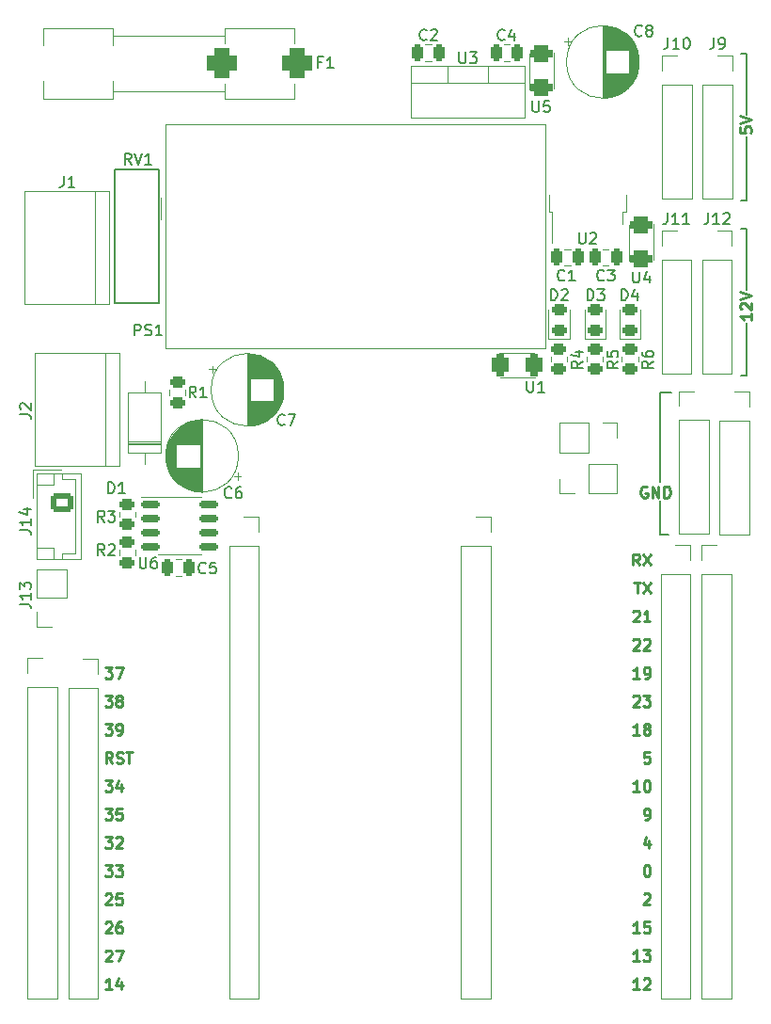
<source format=gto>
G04 #@! TF.GenerationSoftware,KiCad,Pcbnew,(6.0.8)*
G04 #@! TF.CreationDate,2023-06-29T00:22:17-04:00*
G04 #@! TF.ProjectId,proyecto final,70726f79-6563-4746-9f20-66696e616c2e,rev?*
G04 #@! TF.SameCoordinates,Original*
G04 #@! TF.FileFunction,Legend,Top*
G04 #@! TF.FilePolarity,Positive*
%FSLAX46Y46*%
G04 Gerber Fmt 4.6, Leading zero omitted, Abs format (unit mm)*
G04 Created by KiCad (PCBNEW (6.0.8)) date 2023-06-29 00:22:17*
%MOMM*%
%LPD*%
G01*
G04 APERTURE LIST*
G04 Aperture macros list*
%AMRoundRect*
0 Rectangle with rounded corners*
0 $1 Rounding radius*
0 $2 $3 $4 $5 $6 $7 $8 $9 X,Y pos of 4 corners*
0 Add a 4 corners polygon primitive as box body*
4,1,4,$2,$3,$4,$5,$6,$7,$8,$9,$2,$3,0*
0 Add four circle primitives for the rounded corners*
1,1,$1+$1,$2,$3*
1,1,$1+$1,$4,$5*
1,1,$1+$1,$6,$7*
1,1,$1+$1,$8,$9*
0 Add four rect primitives between the rounded corners*
20,1,$1+$1,$2,$3,$4,$5,0*
20,1,$1+$1,$4,$5,$6,$7,0*
20,1,$1+$1,$6,$7,$8,$9,0*
20,1,$1+$1,$8,$9,$2,$3,0*%
G04 Aperture macros list end*
%ADD10C,0.150000*%
%ADD11C,0.250000*%
%ADD12C,0.120000*%
%ADD13C,0.127000*%
%ADD14R,1.200000X2.200000*%
%ADD15R,5.800000X6.400000*%
%ADD16C,1.400000*%
%ADD17R,1.700000X1.700000*%
%ADD18O,1.700000X1.700000*%
%ADD19RoundRect,0.243750X0.456250X-0.243750X0.456250X0.243750X-0.456250X0.243750X-0.456250X-0.243750X0*%
%ADD20RoundRect,0.250000X0.250000X0.475000X-0.250000X0.475000X-0.250000X-0.475000X0.250000X-0.475000X0*%
%ADD21RoundRect,0.250000X-0.250000X-0.475000X0.250000X-0.475000X0.250000X0.475000X-0.250000X0.475000X0*%
%ADD22RoundRect,0.250000X-0.450000X0.262500X-0.450000X-0.262500X0.450000X-0.262500X0.450000X0.262500X0*%
%ADD23RoundRect,0.380000X-0.635000X0.380000X-0.635000X-0.380000X0.635000X-0.380000X0.635000X0.380000X0*%
%ADD24R,2.300000X2.000000*%
%ADD25C,2.300000*%
%ADD26RoundRect,0.380000X0.380000X0.635000X-0.380000X0.635000X-0.380000X-0.635000X0.380000X-0.635000X0*%
%ADD27RoundRect,0.250000X0.450000X-0.262500X0.450000X0.262500X-0.450000X0.262500X-0.450000X-0.262500X0*%
%ADD28RoundRect,0.150000X-0.675000X-0.150000X0.675000X-0.150000X0.675000X0.150000X-0.675000X0.150000X0*%
%ADD29R,1.905000X2.000000*%
%ADD30O,1.905000X2.000000*%
%ADD31R,3.000000X3.000000*%
%ADD32C,3.000000*%
%ADD33RoundRect,0.675000X0.675000X0.675000X-0.675000X0.675000X-0.675000X-0.675000X0.675000X-0.675000X0*%
%ADD34C,2.700000*%
%ADD35R,1.600000X1.600000*%
%ADD36C,1.600000*%
%ADD37R,2.200000X2.200000*%
%ADD38O,2.200000X2.200000*%
%ADD39RoundRect,0.250000X-0.750000X0.600000X-0.750000X-0.600000X0.750000X-0.600000X0.750000X0.600000X0*%
%ADD40O,2.000000X1.700000*%
G04 APERTURE END LIST*
D10*
X175250000Y-78000000D02*
X175250000Y-82750000D01*
X168250000Y-97000000D02*
X167500000Y-97000000D01*
X167500000Y-84250000D02*
X167500000Y-92250000D01*
X167500000Y-94000000D02*
X167500000Y-97000000D01*
X175250000Y-67000000D02*
X174750000Y-67000000D01*
X175250000Y-69500000D02*
X174750000Y-69500000D01*
X175250000Y-61250000D02*
X175250000Y-67000000D01*
X175250000Y-53750000D02*
X174750000Y-53750000D01*
X175250000Y-59250000D02*
X175250000Y-53750000D01*
X168500000Y-84250000D02*
X167500000Y-84250000D01*
X175250000Y-82750000D02*
X174750000Y-82750000D01*
X175250000Y-75000000D02*
X175250000Y-69500000D01*
D11*
X165613333Y-99768745D02*
X165280000Y-99292555D01*
X165041904Y-99768745D02*
X165041904Y-98768745D01*
X165422857Y-98768745D01*
X165518095Y-98816365D01*
X165565714Y-98863984D01*
X165613333Y-98959222D01*
X165613333Y-99102079D01*
X165565714Y-99197317D01*
X165518095Y-99244936D01*
X165422857Y-99292555D01*
X165041904Y-99292555D01*
X165946666Y-98768745D02*
X166613333Y-99768745D01*
X166613333Y-98768745D02*
X165946666Y-99768745D01*
X117480476Y-114051470D02*
X118099523Y-114051470D01*
X117766190Y-114432423D01*
X117909047Y-114432423D01*
X118004285Y-114480042D01*
X118051904Y-114527661D01*
X118099523Y-114622899D01*
X118099523Y-114860994D01*
X118051904Y-114956232D01*
X118004285Y-115003851D01*
X117909047Y-115051470D01*
X117623333Y-115051470D01*
X117528095Y-115003851D01*
X117480476Y-114956232D01*
X118575714Y-115051470D02*
X118766190Y-115051470D01*
X118861428Y-115003851D01*
X118909047Y-114956232D01*
X119004285Y-114813375D01*
X119051904Y-114622899D01*
X119051904Y-114241947D01*
X119004285Y-114146709D01*
X118956666Y-114099090D01*
X118861428Y-114051470D01*
X118670952Y-114051470D01*
X118575714Y-114099090D01*
X118528095Y-114146709D01*
X118480476Y-114241947D01*
X118480476Y-114480042D01*
X118528095Y-114575280D01*
X118575714Y-114622899D01*
X118670952Y-114670518D01*
X118861428Y-114670518D01*
X118956666Y-114622899D01*
X119004285Y-114575280D01*
X119051904Y-114480042D01*
X165613333Y-135397830D02*
X165041905Y-135397830D01*
X165327619Y-135397830D02*
X165327619Y-134397830D01*
X165232381Y-134540688D01*
X165137143Y-134635926D01*
X165041905Y-134683545D01*
X165946667Y-134397830D02*
X166565714Y-134397830D01*
X166232381Y-134778783D01*
X166375238Y-134778783D01*
X166470476Y-134826402D01*
X166518095Y-134874021D01*
X166565714Y-134969259D01*
X166565714Y-135207354D01*
X166518095Y-135302592D01*
X166470476Y-135350211D01*
X166375238Y-135397830D01*
X166089524Y-135397830D01*
X165994286Y-135350211D01*
X165946667Y-135302592D01*
X166089523Y-122675105D02*
X166280000Y-122675105D01*
X166375238Y-122627486D01*
X166422857Y-122579867D01*
X166518095Y-122437010D01*
X166565714Y-122246534D01*
X166565714Y-121865582D01*
X166518095Y-121770344D01*
X166470476Y-121722725D01*
X166375238Y-121675105D01*
X166184761Y-121675105D01*
X166089523Y-121722725D01*
X166041904Y-121770344D01*
X165994285Y-121865582D01*
X165994285Y-122103677D01*
X166041904Y-122198915D01*
X166089523Y-122246534D01*
X166184761Y-122294153D01*
X166375238Y-122294153D01*
X166470476Y-122246534D01*
X166518095Y-122198915D01*
X166565714Y-122103677D01*
X165041905Y-111592164D02*
X165089524Y-111544545D01*
X165184762Y-111496925D01*
X165422857Y-111496925D01*
X165518095Y-111544545D01*
X165565714Y-111592164D01*
X165613333Y-111687402D01*
X165613333Y-111782640D01*
X165565714Y-111925497D01*
X164994286Y-112496925D01*
X165613333Y-112496925D01*
X165946667Y-111496925D02*
X166565714Y-111496925D01*
X166232381Y-111877878D01*
X166375238Y-111877878D01*
X166470476Y-111925497D01*
X166518095Y-111973116D01*
X166565714Y-112068354D01*
X166565714Y-112306449D01*
X166518095Y-112401687D01*
X166470476Y-112449306D01*
X166375238Y-112496925D01*
X166089524Y-112496925D01*
X165994286Y-112449306D01*
X165946667Y-112401687D01*
X118099523Y-137952380D02*
X117528095Y-137952380D01*
X117813809Y-137952380D02*
X117813809Y-136952380D01*
X117718571Y-137095238D01*
X117623333Y-137190476D01*
X117528095Y-137238095D01*
X118956666Y-137285714D02*
X118956666Y-137952380D01*
X118718571Y-136904761D02*
X118480476Y-137619047D01*
X119099523Y-137619047D01*
X165137143Y-101313290D02*
X165708571Y-101313290D01*
X165422857Y-102313290D02*
X165422857Y-101313290D01*
X165946667Y-101313290D02*
X166613333Y-102313290D01*
X166613333Y-101313290D02*
X165946667Y-102313290D01*
X165041905Y-103953074D02*
X165089524Y-103905455D01*
X165184762Y-103857835D01*
X165422857Y-103857835D01*
X165518095Y-103905455D01*
X165565714Y-103953074D01*
X165613333Y-104048312D01*
X165613333Y-104143550D01*
X165565714Y-104286407D01*
X164994286Y-104857835D01*
X165613333Y-104857835D01*
X166565714Y-104857835D02*
X165994286Y-104857835D01*
X166280000Y-104857835D02*
X166280000Y-103857835D01*
X166184762Y-104000693D01*
X166089524Y-104095931D01*
X165994286Y-104143550D01*
X118147142Y-117596015D02*
X117813809Y-117119825D01*
X117575714Y-117596015D02*
X117575714Y-116596015D01*
X117956666Y-116596015D01*
X118051904Y-116643635D01*
X118099523Y-116691254D01*
X118147142Y-116786492D01*
X118147142Y-116929349D01*
X118099523Y-117024587D01*
X118051904Y-117072206D01*
X117956666Y-117119825D01*
X117575714Y-117119825D01*
X118528095Y-117548396D02*
X118670952Y-117596015D01*
X118909047Y-117596015D01*
X119004285Y-117548396D01*
X119051904Y-117500777D01*
X119099523Y-117405539D01*
X119099523Y-117310301D01*
X119051904Y-117215063D01*
X119004285Y-117167444D01*
X118909047Y-117119825D01*
X118718571Y-117072206D01*
X118623333Y-117024587D01*
X118575714Y-116976968D01*
X118528095Y-116881730D01*
X118528095Y-116786492D01*
X118575714Y-116691254D01*
X118623333Y-116643635D01*
X118718571Y-116596015D01*
X118956666Y-116596015D01*
X119099523Y-116643635D01*
X119385238Y-116596015D02*
X119956666Y-116596015D01*
X119670952Y-117596015D02*
X119670952Y-116596015D01*
X117480476Y-121685105D02*
X118099523Y-121685105D01*
X117766190Y-122066058D01*
X117909047Y-122066058D01*
X118004285Y-122113677D01*
X118051904Y-122161296D01*
X118099523Y-122256534D01*
X118099523Y-122494629D01*
X118051904Y-122589867D01*
X118004285Y-122637486D01*
X117909047Y-122685105D01*
X117623333Y-122685105D01*
X117528095Y-122637486D01*
X117480476Y-122589867D01*
X119004285Y-121685105D02*
X118528095Y-121685105D01*
X118480476Y-122161296D01*
X118528095Y-122113677D01*
X118623333Y-122066058D01*
X118861428Y-122066058D01*
X118956666Y-122113677D01*
X119004285Y-122161296D01*
X119051904Y-122256534D01*
X119051904Y-122494629D01*
X119004285Y-122589867D01*
X118956666Y-122637486D01*
X118861428Y-122685105D01*
X118623333Y-122685105D01*
X118528095Y-122637486D01*
X118480476Y-122589867D01*
X117480476Y-119140560D02*
X118099523Y-119140560D01*
X117766190Y-119521513D01*
X117909047Y-119521513D01*
X118004285Y-119569132D01*
X118051904Y-119616751D01*
X118099523Y-119711989D01*
X118099523Y-119950084D01*
X118051904Y-120045322D01*
X118004285Y-120092941D01*
X117909047Y-120140560D01*
X117623333Y-120140560D01*
X117528095Y-120092941D01*
X117480476Y-120045322D01*
X118956666Y-119473894D02*
X118956666Y-120140560D01*
X118718571Y-119092941D02*
X118480476Y-119807227D01*
X119099523Y-119807227D01*
X165613333Y-132853285D02*
X165041905Y-132853285D01*
X165327619Y-132853285D02*
X165327619Y-131853285D01*
X165232381Y-131996143D01*
X165137143Y-132091381D01*
X165041905Y-132139000D01*
X166518095Y-131853285D02*
X166041905Y-131853285D01*
X165994286Y-132329476D01*
X166041905Y-132281857D01*
X166137143Y-132234238D01*
X166375238Y-132234238D01*
X166470476Y-132281857D01*
X166518095Y-132329476D01*
X166565714Y-132424714D01*
X166565714Y-132662809D01*
X166518095Y-132758047D01*
X166470476Y-132805666D01*
X166375238Y-132853285D01*
X166137143Y-132853285D01*
X166041905Y-132805666D01*
X165994286Y-132758047D01*
X117528095Y-134503069D02*
X117575714Y-134455450D01*
X117670952Y-134407830D01*
X117909047Y-134407830D01*
X118004285Y-134455450D01*
X118051904Y-134503069D01*
X118099523Y-134598307D01*
X118099523Y-134693545D01*
X118051904Y-134836402D01*
X117480476Y-135407830D01*
X118099523Y-135407830D01*
X118432857Y-134407830D02*
X119099523Y-134407830D01*
X118670952Y-135407830D01*
X117528095Y-129413979D02*
X117575714Y-129366360D01*
X117670952Y-129318740D01*
X117909047Y-129318740D01*
X118004285Y-129366360D01*
X118051904Y-129413979D01*
X118099523Y-129509217D01*
X118099523Y-129604455D01*
X118051904Y-129747312D01*
X117480476Y-130318740D01*
X118099523Y-130318740D01*
X119004285Y-129318740D02*
X118528095Y-129318740D01*
X118480476Y-129794931D01*
X118528095Y-129747312D01*
X118623333Y-129699693D01*
X118861428Y-129699693D01*
X118956666Y-129747312D01*
X119004285Y-129794931D01*
X119051904Y-129890169D01*
X119051904Y-130128264D01*
X119004285Y-130223502D01*
X118956666Y-130271121D01*
X118861428Y-130318740D01*
X118623333Y-130318740D01*
X118528095Y-130271121D01*
X118480476Y-130223502D01*
X166470476Y-124552984D02*
X166470476Y-125219650D01*
X166232380Y-124172031D02*
X165994285Y-124886317D01*
X166613333Y-124886317D01*
X166518095Y-116586015D02*
X166041904Y-116586015D01*
X165994285Y-117062206D01*
X166041904Y-117014587D01*
X166137142Y-116966968D01*
X166375238Y-116966968D01*
X166470476Y-117014587D01*
X166518095Y-117062206D01*
X166565714Y-117157444D01*
X166565714Y-117395539D01*
X166518095Y-117490777D01*
X166470476Y-117538396D01*
X166375238Y-117586015D01*
X166137142Y-117586015D01*
X166041904Y-117538396D01*
X165994285Y-117490777D01*
X117480476Y-111506925D02*
X118099523Y-111506925D01*
X117766190Y-111887878D01*
X117909047Y-111887878D01*
X118004285Y-111935497D01*
X118051904Y-111983116D01*
X118099523Y-112078354D01*
X118099523Y-112316449D01*
X118051904Y-112411687D01*
X118004285Y-112459306D01*
X117909047Y-112506925D01*
X117623333Y-112506925D01*
X117528095Y-112459306D01*
X117480476Y-112411687D01*
X118670952Y-111935497D02*
X118575714Y-111887878D01*
X118528095Y-111840259D01*
X118480476Y-111745021D01*
X118480476Y-111697402D01*
X118528095Y-111602164D01*
X118575714Y-111554545D01*
X118670952Y-111506925D01*
X118861428Y-111506925D01*
X118956666Y-111554545D01*
X119004285Y-111602164D01*
X119051904Y-111697402D01*
X119051904Y-111745021D01*
X119004285Y-111840259D01*
X118956666Y-111887878D01*
X118861428Y-111935497D01*
X118670952Y-111935497D01*
X118575714Y-111983116D01*
X118528095Y-112030735D01*
X118480476Y-112125973D01*
X118480476Y-112316449D01*
X118528095Y-112411687D01*
X118575714Y-112459306D01*
X118670952Y-112506925D01*
X118861428Y-112506925D01*
X118956666Y-112459306D01*
X119004285Y-112411687D01*
X119051904Y-112316449D01*
X119051904Y-112125973D01*
X119004285Y-112030735D01*
X118956666Y-111983116D01*
X118861428Y-111935497D01*
X117480476Y-108962380D02*
X118099523Y-108962380D01*
X117766190Y-109343333D01*
X117909047Y-109343333D01*
X118004285Y-109390952D01*
X118051904Y-109438571D01*
X118099523Y-109533809D01*
X118099523Y-109771904D01*
X118051904Y-109867142D01*
X118004285Y-109914761D01*
X117909047Y-109962380D01*
X117623333Y-109962380D01*
X117528095Y-109914761D01*
X117480476Y-109867142D01*
X118432857Y-108962380D02*
X119099523Y-108962380D01*
X118670952Y-109962380D01*
X174682380Y-60370476D02*
X174682380Y-60846666D01*
X175158571Y-60894285D01*
X175110952Y-60846666D01*
X175063333Y-60751428D01*
X175063333Y-60513333D01*
X175110952Y-60418095D01*
X175158571Y-60370476D01*
X175253809Y-60322857D01*
X175491904Y-60322857D01*
X175587142Y-60370476D01*
X175634761Y-60418095D01*
X175682380Y-60513333D01*
X175682380Y-60751428D01*
X175634761Y-60846666D01*
X175587142Y-60894285D01*
X174682380Y-60037142D02*
X175682380Y-59703809D01*
X174682380Y-59370476D01*
X166288095Y-92740000D02*
X166192857Y-92692380D01*
X166050000Y-92692380D01*
X165907142Y-92740000D01*
X165811904Y-92835238D01*
X165764285Y-92930476D01*
X165716666Y-93120952D01*
X165716666Y-93263809D01*
X165764285Y-93454285D01*
X165811904Y-93549523D01*
X165907142Y-93644761D01*
X166050000Y-93692380D01*
X166145238Y-93692380D01*
X166288095Y-93644761D01*
X166335714Y-93597142D01*
X166335714Y-93263809D01*
X166145238Y-93263809D01*
X166764285Y-93692380D02*
X166764285Y-92692380D01*
X167335714Y-93692380D01*
X167335714Y-92692380D01*
X167811904Y-93692380D02*
X167811904Y-92692380D01*
X168050000Y-92692380D01*
X168192857Y-92740000D01*
X168288095Y-92835238D01*
X168335714Y-92930476D01*
X168383333Y-93120952D01*
X168383333Y-93263809D01*
X168335714Y-93454285D01*
X168288095Y-93549523D01*
X168192857Y-93644761D01*
X168050000Y-93692380D01*
X167811904Y-93692380D01*
X165613333Y-115041470D02*
X165041905Y-115041470D01*
X165327619Y-115041470D02*
X165327619Y-114041470D01*
X165232381Y-114184328D01*
X165137143Y-114279566D01*
X165041905Y-114327185D01*
X166184762Y-114470042D02*
X166089524Y-114422423D01*
X166041905Y-114374804D01*
X165994286Y-114279566D01*
X165994286Y-114231947D01*
X166041905Y-114136709D01*
X166089524Y-114089090D01*
X166184762Y-114041470D01*
X166375238Y-114041470D01*
X166470476Y-114089090D01*
X166518095Y-114136709D01*
X166565714Y-114231947D01*
X166565714Y-114279566D01*
X166518095Y-114374804D01*
X166470476Y-114422423D01*
X166375238Y-114470042D01*
X166184762Y-114470042D01*
X166089524Y-114517661D01*
X166041905Y-114565280D01*
X165994286Y-114660518D01*
X165994286Y-114850994D01*
X166041905Y-114946232D01*
X166089524Y-114993851D01*
X166184762Y-115041470D01*
X166375238Y-115041470D01*
X166470476Y-114993851D01*
X166518095Y-114946232D01*
X166565714Y-114850994D01*
X166565714Y-114660518D01*
X166518095Y-114565280D01*
X166470476Y-114517661D01*
X166375238Y-114470042D01*
X175702380Y-77119047D02*
X175702380Y-77690476D01*
X175702380Y-77404761D02*
X174702380Y-77404761D01*
X174845238Y-77500000D01*
X174940476Y-77595238D01*
X174988095Y-77690476D01*
X174797619Y-76738095D02*
X174750000Y-76690476D01*
X174702380Y-76595238D01*
X174702380Y-76357142D01*
X174750000Y-76261904D01*
X174797619Y-76214285D01*
X174892857Y-76166666D01*
X174988095Y-76166666D01*
X175130952Y-76214285D01*
X175702380Y-76785714D01*
X175702380Y-76166666D01*
X174702380Y-75880952D02*
X175702380Y-75547619D01*
X174702380Y-75214285D01*
X165613333Y-137942380D02*
X165041905Y-137942380D01*
X165327619Y-137942380D02*
X165327619Y-136942380D01*
X165232381Y-137085238D01*
X165137143Y-137180476D01*
X165041905Y-137228095D01*
X165994286Y-137037619D02*
X166041905Y-136990000D01*
X166137143Y-136942380D01*
X166375238Y-136942380D01*
X166470476Y-136990000D01*
X166518095Y-137037619D01*
X166565714Y-137132857D01*
X166565714Y-137228095D01*
X166518095Y-137370952D01*
X165946667Y-137942380D01*
X166565714Y-137942380D01*
X117528095Y-131958524D02*
X117575714Y-131910905D01*
X117670952Y-131863285D01*
X117909047Y-131863285D01*
X118004285Y-131910905D01*
X118051904Y-131958524D01*
X118099523Y-132053762D01*
X118099523Y-132149000D01*
X118051904Y-132291857D01*
X117480476Y-132863285D01*
X118099523Y-132863285D01*
X118956666Y-131863285D02*
X118766190Y-131863285D01*
X118670952Y-131910905D01*
X118623333Y-131958524D01*
X118528095Y-132101381D01*
X118480476Y-132291857D01*
X118480476Y-132672809D01*
X118528095Y-132768047D01*
X118575714Y-132815666D01*
X118670952Y-132863285D01*
X118861428Y-132863285D01*
X118956666Y-132815666D01*
X119004285Y-132768047D01*
X119051904Y-132672809D01*
X119051904Y-132434714D01*
X119004285Y-132339476D01*
X118956666Y-132291857D01*
X118861428Y-132244238D01*
X118670952Y-132244238D01*
X118575714Y-132291857D01*
X118528095Y-132339476D01*
X118480476Y-132434714D01*
X165041905Y-106497619D02*
X165089524Y-106450000D01*
X165184762Y-106402380D01*
X165422857Y-106402380D01*
X165518095Y-106450000D01*
X165565714Y-106497619D01*
X165613333Y-106592857D01*
X165613333Y-106688095D01*
X165565714Y-106830952D01*
X164994286Y-107402380D01*
X165613333Y-107402380D01*
X165994286Y-106497619D02*
X166041905Y-106450000D01*
X166137143Y-106402380D01*
X166375238Y-106402380D01*
X166470476Y-106450000D01*
X166518095Y-106497619D01*
X166565714Y-106592857D01*
X166565714Y-106688095D01*
X166518095Y-106830952D01*
X165946667Y-107402380D01*
X166565714Y-107402380D01*
X166232380Y-126764195D02*
X166327619Y-126764195D01*
X166422857Y-126811815D01*
X166470476Y-126859434D01*
X166518095Y-126954672D01*
X166565714Y-127145148D01*
X166565714Y-127383243D01*
X166518095Y-127573719D01*
X166470476Y-127668957D01*
X166422857Y-127716576D01*
X166327619Y-127764195D01*
X166232380Y-127764195D01*
X166137142Y-127716576D01*
X166089523Y-127668957D01*
X166041904Y-127573719D01*
X165994285Y-127383243D01*
X165994285Y-127145148D01*
X166041904Y-126954672D01*
X166089523Y-126859434D01*
X166137142Y-126811815D01*
X166232380Y-126764195D01*
X117480476Y-124229650D02*
X118099523Y-124229650D01*
X117766190Y-124610603D01*
X117909047Y-124610603D01*
X118004285Y-124658222D01*
X118051904Y-124705841D01*
X118099523Y-124801079D01*
X118099523Y-125039174D01*
X118051904Y-125134412D01*
X118004285Y-125182031D01*
X117909047Y-125229650D01*
X117623333Y-125229650D01*
X117528095Y-125182031D01*
X117480476Y-125134412D01*
X118480476Y-124324889D02*
X118528095Y-124277270D01*
X118623333Y-124229650D01*
X118861428Y-124229650D01*
X118956666Y-124277270D01*
X119004285Y-124324889D01*
X119051904Y-124420127D01*
X119051904Y-124515365D01*
X119004285Y-124658222D01*
X118432857Y-125229650D01*
X119051904Y-125229650D01*
X165994285Y-129403979D02*
X166041904Y-129356360D01*
X166137142Y-129308740D01*
X166375238Y-129308740D01*
X166470476Y-129356360D01*
X166518095Y-129403979D01*
X166565714Y-129499217D01*
X166565714Y-129594455D01*
X166518095Y-129737312D01*
X165946666Y-130308740D01*
X166565714Y-130308740D01*
X165613333Y-120130560D02*
X165041905Y-120130560D01*
X165327619Y-120130560D02*
X165327619Y-119130560D01*
X165232381Y-119273418D01*
X165137143Y-119368656D01*
X165041905Y-119416275D01*
X166232381Y-119130560D02*
X166327619Y-119130560D01*
X166422857Y-119178180D01*
X166470476Y-119225799D01*
X166518095Y-119321037D01*
X166565714Y-119511513D01*
X166565714Y-119749608D01*
X166518095Y-119940084D01*
X166470476Y-120035322D01*
X166422857Y-120082941D01*
X166327619Y-120130560D01*
X166232381Y-120130560D01*
X166137143Y-120082941D01*
X166089524Y-120035322D01*
X166041905Y-119940084D01*
X165994286Y-119749608D01*
X165994286Y-119511513D01*
X166041905Y-119321037D01*
X166089524Y-119225799D01*
X166137143Y-119178180D01*
X166232381Y-119130560D01*
X117480476Y-126774195D02*
X118099523Y-126774195D01*
X117766190Y-127155148D01*
X117909047Y-127155148D01*
X118004285Y-127202767D01*
X118051904Y-127250386D01*
X118099523Y-127345624D01*
X118099523Y-127583719D01*
X118051904Y-127678957D01*
X118004285Y-127726576D01*
X117909047Y-127774195D01*
X117623333Y-127774195D01*
X117528095Y-127726576D01*
X117480476Y-127678957D01*
X118432857Y-126774195D02*
X119051904Y-126774195D01*
X118718571Y-127155148D01*
X118861428Y-127155148D01*
X118956666Y-127202767D01*
X119004285Y-127250386D01*
X119051904Y-127345624D01*
X119051904Y-127583719D01*
X119004285Y-127678957D01*
X118956666Y-127726576D01*
X118861428Y-127774195D01*
X118575714Y-127774195D01*
X118480476Y-127726576D01*
X118432857Y-127678957D01*
X165613333Y-109952380D02*
X165041905Y-109952380D01*
X165327619Y-109952380D02*
X165327619Y-108952380D01*
X165232381Y-109095238D01*
X165137143Y-109190476D01*
X165041905Y-109238095D01*
X166089524Y-109952380D02*
X166280000Y-109952380D01*
X166375238Y-109904761D01*
X166422857Y-109857142D01*
X166518095Y-109714285D01*
X166565714Y-109523809D01*
X166565714Y-109142857D01*
X166518095Y-109047619D01*
X166470476Y-109000000D01*
X166375238Y-108952380D01*
X166184762Y-108952380D01*
X166089524Y-109000000D01*
X166041905Y-109047619D01*
X165994286Y-109142857D01*
X165994286Y-109380952D01*
X166041905Y-109476190D01*
X166089524Y-109523809D01*
X166184762Y-109571428D01*
X166375238Y-109571428D01*
X166470476Y-109523809D01*
X166518095Y-109476190D01*
X166565714Y-109380952D01*
D10*
X160173095Y-69857380D02*
X160173095Y-70666904D01*
X160220714Y-70762142D01*
X160268333Y-70809761D01*
X160363571Y-70857380D01*
X160554047Y-70857380D01*
X160649285Y-70809761D01*
X160696904Y-70762142D01*
X160744523Y-70666904D01*
X160744523Y-69857380D01*
X161173095Y-69952619D02*
X161220714Y-69905000D01*
X161315952Y-69857380D01*
X161554047Y-69857380D01*
X161649285Y-69905000D01*
X161696904Y-69952619D01*
X161744523Y-70047857D01*
X161744523Y-70143095D01*
X161696904Y-70285952D01*
X161125476Y-70857380D01*
X161744523Y-70857380D01*
X119849761Y-63737380D02*
X119516428Y-63261190D01*
X119278333Y-63737380D02*
X119278333Y-62737380D01*
X119659285Y-62737380D01*
X119754523Y-62785000D01*
X119802142Y-62832619D01*
X119849761Y-62927857D01*
X119849761Y-63070714D01*
X119802142Y-63165952D01*
X119754523Y-63213571D01*
X119659285Y-63261190D01*
X119278333Y-63261190D01*
X120135476Y-62737380D02*
X120468809Y-63737380D01*
X120802142Y-62737380D01*
X121659285Y-63737380D02*
X121087857Y-63737380D01*
X121373571Y-63737380D02*
X121373571Y-62737380D01*
X121278333Y-62880238D01*
X121183095Y-62975476D01*
X121087857Y-63023095D01*
X160926904Y-75957380D02*
X160926904Y-74957380D01*
X161165000Y-74957380D01*
X161307857Y-75005000D01*
X161403095Y-75100238D01*
X161450714Y-75195476D01*
X161498333Y-75385952D01*
X161498333Y-75528809D01*
X161450714Y-75719285D01*
X161403095Y-75814523D01*
X161307857Y-75909761D01*
X161165000Y-75957380D01*
X160926904Y-75957380D01*
X161831666Y-74957380D02*
X162450714Y-74957380D01*
X162117380Y-75338333D01*
X162260238Y-75338333D01*
X162355476Y-75385952D01*
X162403095Y-75433571D01*
X162450714Y-75528809D01*
X162450714Y-75766904D01*
X162403095Y-75862142D01*
X162355476Y-75909761D01*
X162260238Y-75957380D01*
X161974523Y-75957380D01*
X161879285Y-75909761D01*
X161831666Y-75862142D01*
X162418333Y-74112142D02*
X162370714Y-74159761D01*
X162227857Y-74207380D01*
X162132619Y-74207380D01*
X161989761Y-74159761D01*
X161894523Y-74064523D01*
X161846904Y-73969285D01*
X161799285Y-73778809D01*
X161799285Y-73635952D01*
X161846904Y-73445476D01*
X161894523Y-73350238D01*
X161989761Y-73255000D01*
X162132619Y-73207380D01*
X162227857Y-73207380D01*
X162370714Y-73255000D01*
X162418333Y-73302619D01*
X162751666Y-73207380D02*
X163370714Y-73207380D01*
X163037380Y-73588333D01*
X163180238Y-73588333D01*
X163275476Y-73635952D01*
X163323095Y-73683571D01*
X163370714Y-73778809D01*
X163370714Y-74016904D01*
X163323095Y-74112142D01*
X163275476Y-74159761D01*
X163180238Y-74207380D01*
X162894523Y-74207380D01*
X162799285Y-74159761D01*
X162751666Y-74112142D01*
X158858333Y-74102142D02*
X158810714Y-74149761D01*
X158667857Y-74197380D01*
X158572619Y-74197380D01*
X158429761Y-74149761D01*
X158334523Y-74054523D01*
X158286904Y-73959285D01*
X158239285Y-73768809D01*
X158239285Y-73625952D01*
X158286904Y-73435476D01*
X158334523Y-73340238D01*
X158429761Y-73245000D01*
X158572619Y-73197380D01*
X158667857Y-73197380D01*
X158810714Y-73245000D01*
X158858333Y-73292619D01*
X159810714Y-74197380D02*
X159239285Y-74197380D01*
X159525000Y-74197380D02*
X159525000Y-73197380D01*
X159429761Y-73340238D01*
X159334523Y-73435476D01*
X159239285Y-73483095D01*
X125678333Y-84697380D02*
X125345000Y-84221190D01*
X125106904Y-84697380D02*
X125106904Y-83697380D01*
X125487857Y-83697380D01*
X125583095Y-83745000D01*
X125630714Y-83792619D01*
X125678333Y-83887857D01*
X125678333Y-84030714D01*
X125630714Y-84125952D01*
X125583095Y-84173571D01*
X125487857Y-84221190D01*
X125106904Y-84221190D01*
X126630714Y-84697380D02*
X126059285Y-84697380D01*
X126345000Y-84697380D02*
X126345000Y-83697380D01*
X126249761Y-83840238D01*
X126154523Y-83935476D01*
X126059285Y-83983095D01*
X163687380Y-81441666D02*
X163211190Y-81775000D01*
X163687380Y-82013095D02*
X162687380Y-82013095D01*
X162687380Y-81632142D01*
X162735000Y-81536904D01*
X162782619Y-81489285D01*
X162877857Y-81441666D01*
X163020714Y-81441666D01*
X163115952Y-81489285D01*
X163163571Y-81536904D01*
X163211190Y-81632142D01*
X163211190Y-82013095D01*
X162687380Y-80536904D02*
X162687380Y-81013095D01*
X163163571Y-81060714D01*
X163115952Y-81013095D01*
X163068333Y-80917857D01*
X163068333Y-80679761D01*
X163115952Y-80584523D01*
X163163571Y-80536904D01*
X163258809Y-80489285D01*
X163496904Y-80489285D01*
X163592142Y-80536904D01*
X163639761Y-80584523D01*
X163687380Y-80679761D01*
X163687380Y-80917857D01*
X163639761Y-81013095D01*
X163592142Y-81060714D01*
X168135476Y-68102380D02*
X168135476Y-68816666D01*
X168087857Y-68959523D01*
X167992619Y-69054761D01*
X167849761Y-69102380D01*
X167754523Y-69102380D01*
X169135476Y-69102380D02*
X168564047Y-69102380D01*
X168849761Y-69102380D02*
X168849761Y-68102380D01*
X168754523Y-68245238D01*
X168659285Y-68340476D01*
X168564047Y-68388095D01*
X170087857Y-69102380D02*
X169516428Y-69102380D01*
X169802142Y-69102380D02*
X169802142Y-68102380D01*
X169706904Y-68245238D01*
X169611666Y-68340476D01*
X169516428Y-68388095D01*
X109814759Y-103284523D02*
X110529045Y-103284523D01*
X110671902Y-103332142D01*
X110767140Y-103427380D01*
X110814759Y-103570238D01*
X110814759Y-103665476D01*
X110814759Y-102284523D02*
X110814759Y-102855952D01*
X110814759Y-102570238D02*
X109814759Y-102570238D01*
X109957617Y-102665476D01*
X110052855Y-102760714D01*
X110100474Y-102855952D01*
X109814759Y-101951190D02*
X109814759Y-101332142D01*
X110195712Y-101665476D01*
X110195712Y-101522619D01*
X110243331Y-101427380D01*
X110290950Y-101379761D01*
X110386188Y-101332142D01*
X110624283Y-101332142D01*
X110719521Y-101379761D01*
X110767140Y-101427380D01*
X110814759Y-101522619D01*
X110814759Y-101808333D01*
X110767140Y-101903571D01*
X110719521Y-101951190D01*
X117438333Y-95887380D02*
X117105000Y-95411190D01*
X116866904Y-95887380D02*
X116866904Y-94887380D01*
X117247857Y-94887380D01*
X117343095Y-94935000D01*
X117390714Y-94982619D01*
X117438333Y-95077857D01*
X117438333Y-95220714D01*
X117390714Y-95315952D01*
X117343095Y-95363571D01*
X117247857Y-95411190D01*
X116866904Y-95411190D01*
X117771666Y-94887380D02*
X118390714Y-94887380D01*
X118057380Y-95268333D01*
X118200238Y-95268333D01*
X118295476Y-95315952D01*
X118343095Y-95363571D01*
X118390714Y-95458809D01*
X118390714Y-95696904D01*
X118343095Y-95792142D01*
X118295476Y-95839761D01*
X118200238Y-95887380D01*
X117914523Y-95887380D01*
X117819285Y-95839761D01*
X117771666Y-95792142D01*
X165023095Y-73377380D02*
X165023095Y-74186904D01*
X165070714Y-74282142D01*
X165118333Y-74329761D01*
X165213571Y-74377380D01*
X165404047Y-74377380D01*
X165499285Y-74329761D01*
X165546904Y-74282142D01*
X165594523Y-74186904D01*
X165594523Y-73377380D01*
X166499285Y-73710714D02*
X166499285Y-74377380D01*
X166261190Y-73329761D02*
X166023095Y-74044047D01*
X166642142Y-74044047D01*
X153468333Y-52482142D02*
X153420714Y-52529761D01*
X153277857Y-52577380D01*
X153182619Y-52577380D01*
X153039761Y-52529761D01*
X152944523Y-52434523D01*
X152896904Y-52339285D01*
X152849285Y-52148809D01*
X152849285Y-52005952D01*
X152896904Y-51815476D01*
X152944523Y-51720238D01*
X153039761Y-51625000D01*
X153182619Y-51577380D01*
X153277857Y-51577380D01*
X153420714Y-51625000D01*
X153468333Y-51672619D01*
X154325476Y-51910714D02*
X154325476Y-52577380D01*
X154087380Y-51529761D02*
X153849285Y-52244047D01*
X154468333Y-52244047D01*
X146438333Y-52472142D02*
X146390714Y-52519761D01*
X146247857Y-52567380D01*
X146152619Y-52567380D01*
X146009761Y-52519761D01*
X145914523Y-52424523D01*
X145866904Y-52329285D01*
X145819285Y-52138809D01*
X145819285Y-51995952D01*
X145866904Y-51805476D01*
X145914523Y-51710238D01*
X146009761Y-51615000D01*
X146152619Y-51567380D01*
X146247857Y-51567380D01*
X146390714Y-51615000D01*
X146438333Y-51662619D01*
X146819285Y-51662619D02*
X146866904Y-51615000D01*
X146962142Y-51567380D01*
X147200238Y-51567380D01*
X147295476Y-51615000D01*
X147343095Y-51662619D01*
X147390714Y-51757857D01*
X147390714Y-51853095D01*
X147343095Y-51995952D01*
X146771666Y-52567380D01*
X147390714Y-52567380D01*
X155983095Y-57997380D02*
X155983095Y-58806904D01*
X156030714Y-58902142D01*
X156078333Y-58949761D01*
X156173571Y-58997380D01*
X156364047Y-58997380D01*
X156459285Y-58949761D01*
X156506904Y-58902142D01*
X156554523Y-58806904D01*
X156554523Y-57997380D01*
X157506904Y-57997380D02*
X157030714Y-57997380D01*
X156983095Y-58473571D01*
X157030714Y-58425952D01*
X157125952Y-58378333D01*
X157364047Y-58378333D01*
X157459285Y-58425952D01*
X157506904Y-58473571D01*
X157554523Y-58568809D01*
X157554523Y-58806904D01*
X157506904Y-58902142D01*
X157459285Y-58949761D01*
X157364047Y-58997380D01*
X157125952Y-58997380D01*
X157030714Y-58949761D01*
X156983095Y-58902142D01*
X120150714Y-79107380D02*
X120150714Y-78107380D01*
X120531666Y-78107380D01*
X120626904Y-78155000D01*
X120674523Y-78202619D01*
X120722142Y-78297857D01*
X120722142Y-78440714D01*
X120674523Y-78535952D01*
X120626904Y-78583571D01*
X120531666Y-78631190D01*
X120150714Y-78631190D01*
X121103095Y-79059761D02*
X121245952Y-79107380D01*
X121484047Y-79107380D01*
X121579285Y-79059761D01*
X121626904Y-79012142D01*
X121674523Y-78916904D01*
X121674523Y-78821666D01*
X121626904Y-78726428D01*
X121579285Y-78678809D01*
X121484047Y-78631190D01*
X121293571Y-78583571D01*
X121198333Y-78535952D01*
X121150714Y-78488333D01*
X121103095Y-78393095D01*
X121103095Y-78297857D01*
X121150714Y-78202619D01*
X121198333Y-78155000D01*
X121293571Y-78107380D01*
X121531666Y-78107380D01*
X121674523Y-78155000D01*
X122626904Y-79107380D02*
X122055476Y-79107380D01*
X122341190Y-79107380D02*
X122341190Y-78107380D01*
X122245952Y-78250238D01*
X122150714Y-78345476D01*
X122055476Y-78393095D01*
X155488095Y-83202380D02*
X155488095Y-84011904D01*
X155535714Y-84107142D01*
X155583333Y-84154761D01*
X155678571Y-84202380D01*
X155869047Y-84202380D01*
X155964285Y-84154761D01*
X156011904Y-84107142D01*
X156059523Y-84011904D01*
X156059523Y-83202380D01*
X157059523Y-84202380D02*
X156488095Y-84202380D01*
X156773809Y-84202380D02*
X156773809Y-83202380D01*
X156678571Y-83345238D01*
X156583333Y-83440476D01*
X156488095Y-83488095D01*
X117438333Y-98877380D02*
X117105000Y-98401190D01*
X116866904Y-98877380D02*
X116866904Y-97877380D01*
X117247857Y-97877380D01*
X117343095Y-97925000D01*
X117390714Y-97972619D01*
X117438333Y-98067857D01*
X117438333Y-98210714D01*
X117390714Y-98305952D01*
X117343095Y-98353571D01*
X117247857Y-98401190D01*
X116866904Y-98401190D01*
X117819285Y-97972619D02*
X117866904Y-97925000D01*
X117962142Y-97877380D01*
X118200238Y-97877380D01*
X118295476Y-97925000D01*
X118343095Y-97972619D01*
X118390714Y-98067857D01*
X118390714Y-98163095D01*
X118343095Y-98305952D01*
X117771666Y-98877380D01*
X118390714Y-98877380D01*
X120613095Y-99057380D02*
X120613095Y-99866904D01*
X120660714Y-99962142D01*
X120708333Y-100009761D01*
X120803571Y-100057380D01*
X120994047Y-100057380D01*
X121089285Y-100009761D01*
X121136904Y-99962142D01*
X121184523Y-99866904D01*
X121184523Y-99057380D01*
X122089285Y-99057380D02*
X121898809Y-99057380D01*
X121803571Y-99105000D01*
X121755952Y-99152619D01*
X121660714Y-99295476D01*
X121613095Y-99485952D01*
X121613095Y-99866904D01*
X121660714Y-99962142D01*
X121708333Y-100009761D01*
X121803571Y-100057380D01*
X121994047Y-100057380D01*
X122089285Y-100009761D01*
X122136904Y-99962142D01*
X122184523Y-99866904D01*
X122184523Y-99628809D01*
X122136904Y-99533571D01*
X122089285Y-99485952D01*
X121994047Y-99438333D01*
X121803571Y-99438333D01*
X121708333Y-99485952D01*
X121660714Y-99533571D01*
X121613095Y-99628809D01*
X160487380Y-81441666D02*
X160011190Y-81775000D01*
X160487380Y-82013095D02*
X159487380Y-82013095D01*
X159487380Y-81632142D01*
X159535000Y-81536904D01*
X159582619Y-81489285D01*
X159677857Y-81441666D01*
X159820714Y-81441666D01*
X159915952Y-81489285D01*
X159963571Y-81536904D01*
X160011190Y-81632142D01*
X160011190Y-82013095D01*
X159820714Y-80584523D02*
X160487380Y-80584523D01*
X159439761Y-80822619D02*
X160154047Y-81060714D01*
X160154047Y-80441666D01*
X149383095Y-53617380D02*
X149383095Y-54426904D01*
X149430714Y-54522142D01*
X149478333Y-54569761D01*
X149573571Y-54617380D01*
X149764047Y-54617380D01*
X149859285Y-54569761D01*
X149906904Y-54522142D01*
X149954523Y-54426904D01*
X149954523Y-53617380D01*
X150335476Y-53617380D02*
X150954523Y-53617380D01*
X150621190Y-53998333D01*
X150764047Y-53998333D01*
X150859285Y-54045952D01*
X150906904Y-54093571D01*
X150954523Y-54188809D01*
X150954523Y-54426904D01*
X150906904Y-54522142D01*
X150859285Y-54569761D01*
X150764047Y-54617380D01*
X150478333Y-54617380D01*
X150383095Y-54569761D01*
X150335476Y-54522142D01*
X163986904Y-75957380D02*
X163986904Y-74957380D01*
X164225000Y-74957380D01*
X164367857Y-75005000D01*
X164463095Y-75100238D01*
X164510714Y-75195476D01*
X164558333Y-75385952D01*
X164558333Y-75528809D01*
X164510714Y-75719285D01*
X164463095Y-75814523D01*
X164367857Y-75909761D01*
X164225000Y-75957380D01*
X163986904Y-75957380D01*
X165415476Y-75290714D02*
X165415476Y-75957380D01*
X165177380Y-74909761D02*
X164939285Y-75624047D01*
X165558333Y-75624047D01*
X113751666Y-64777380D02*
X113751666Y-65491666D01*
X113704047Y-65634523D01*
X113608809Y-65729761D01*
X113465952Y-65777380D01*
X113370714Y-65777380D01*
X114751666Y-65777380D02*
X114180238Y-65777380D01*
X114465952Y-65777380D02*
X114465952Y-64777380D01*
X114370714Y-64920238D01*
X114275476Y-65015476D01*
X114180238Y-65063095D01*
X137001666Y-54528571D02*
X136668333Y-54528571D01*
X136668333Y-55052380D02*
X136668333Y-54052380D01*
X137144523Y-54052380D01*
X138049285Y-55052380D02*
X137477857Y-55052380D01*
X137763571Y-55052380D02*
X137763571Y-54052380D01*
X137668333Y-54195238D01*
X137573095Y-54290476D01*
X137477857Y-54338095D01*
X126548333Y-100432142D02*
X126500714Y-100479761D01*
X126357857Y-100527380D01*
X126262619Y-100527380D01*
X126119761Y-100479761D01*
X126024523Y-100384523D01*
X125976904Y-100289285D01*
X125929285Y-100098809D01*
X125929285Y-99955952D01*
X125976904Y-99765476D01*
X126024523Y-99670238D01*
X126119761Y-99575000D01*
X126262619Y-99527380D01*
X126357857Y-99527380D01*
X126500714Y-99575000D01*
X126548333Y-99622619D01*
X127453095Y-99527380D02*
X126976904Y-99527380D01*
X126929285Y-100003571D01*
X126976904Y-99955952D01*
X127072142Y-99908333D01*
X127310238Y-99908333D01*
X127405476Y-99955952D01*
X127453095Y-100003571D01*
X127500714Y-100098809D01*
X127500714Y-100336904D01*
X127453095Y-100432142D01*
X127405476Y-100479761D01*
X127310238Y-100527380D01*
X127072142Y-100527380D01*
X126976904Y-100479761D01*
X126929285Y-100432142D01*
X109809759Y-86198333D02*
X110524045Y-86198333D01*
X110666902Y-86245952D01*
X110762140Y-86341190D01*
X110809759Y-86484047D01*
X110809759Y-86579285D01*
X109904998Y-85769761D02*
X109857379Y-85722142D01*
X109809759Y-85626904D01*
X109809759Y-85388809D01*
X109857379Y-85293571D01*
X109904998Y-85245952D01*
X110000236Y-85198333D01*
X110095474Y-85198333D01*
X110238331Y-85245952D01*
X110809759Y-85817380D01*
X110809759Y-85198333D01*
X166847380Y-81441666D02*
X166371190Y-81775000D01*
X166847380Y-82013095D02*
X165847380Y-82013095D01*
X165847380Y-81632142D01*
X165895000Y-81536904D01*
X165942619Y-81489285D01*
X166037857Y-81441666D01*
X166180714Y-81441666D01*
X166275952Y-81489285D01*
X166323571Y-81536904D01*
X166371190Y-81632142D01*
X166371190Y-82013095D01*
X165847380Y-80584523D02*
X165847380Y-80775000D01*
X165895000Y-80870238D01*
X165942619Y-80917857D01*
X166085476Y-81013095D01*
X166275952Y-81060714D01*
X166656904Y-81060714D01*
X166752142Y-81013095D01*
X166799761Y-80965476D01*
X166847380Y-80870238D01*
X166847380Y-80679761D01*
X166799761Y-80584523D01*
X166752142Y-80536904D01*
X166656904Y-80489285D01*
X166418809Y-80489285D01*
X166323571Y-80536904D01*
X166275952Y-80584523D01*
X166228333Y-80679761D01*
X166228333Y-80870238D01*
X166275952Y-80965476D01*
X166323571Y-81013095D01*
X166418809Y-81060714D01*
X157636904Y-75957380D02*
X157636904Y-74957380D01*
X157875000Y-74957380D01*
X158017857Y-75005000D01*
X158113095Y-75100238D01*
X158160714Y-75195476D01*
X158208333Y-75385952D01*
X158208333Y-75528809D01*
X158160714Y-75719285D01*
X158113095Y-75814523D01*
X158017857Y-75909761D01*
X157875000Y-75957380D01*
X157636904Y-75957380D01*
X158589285Y-75052619D02*
X158636904Y-75005000D01*
X158732142Y-74957380D01*
X158970238Y-74957380D01*
X159065476Y-75005000D01*
X159113095Y-75052619D01*
X159160714Y-75147857D01*
X159160714Y-75243095D01*
X159113095Y-75385952D01*
X158541666Y-75957380D01*
X159160714Y-75957380D01*
X128878333Y-93652142D02*
X128830714Y-93699761D01*
X128687857Y-93747380D01*
X128592619Y-93747380D01*
X128449761Y-93699761D01*
X128354523Y-93604523D01*
X128306904Y-93509285D01*
X128259285Y-93318809D01*
X128259285Y-93175952D01*
X128306904Y-92985476D01*
X128354523Y-92890238D01*
X128449761Y-92795000D01*
X128592619Y-92747380D01*
X128687857Y-92747380D01*
X128830714Y-92795000D01*
X128878333Y-92842619D01*
X129735476Y-92747380D02*
X129545000Y-92747380D01*
X129449761Y-92795000D01*
X129402142Y-92842619D01*
X129306904Y-92985476D01*
X129259285Y-93175952D01*
X129259285Y-93556904D01*
X129306904Y-93652142D01*
X129354523Y-93699761D01*
X129449761Y-93747380D01*
X129640238Y-93747380D01*
X129735476Y-93699761D01*
X129783095Y-93652142D01*
X129830714Y-93556904D01*
X129830714Y-93318809D01*
X129783095Y-93223571D01*
X129735476Y-93175952D01*
X129640238Y-93128333D01*
X129449761Y-93128333D01*
X129354523Y-93175952D01*
X129306904Y-93223571D01*
X129259285Y-93318809D01*
X172316666Y-52332380D02*
X172316666Y-53046666D01*
X172269047Y-53189523D01*
X172173809Y-53284761D01*
X172030952Y-53332380D01*
X171935714Y-53332380D01*
X172840476Y-53332380D02*
X173030952Y-53332380D01*
X173126190Y-53284761D01*
X173173809Y-53237142D01*
X173269047Y-53094285D01*
X173316666Y-52903809D01*
X173316666Y-52522857D01*
X173269047Y-52427619D01*
X173221428Y-52380000D01*
X173126190Y-52332380D01*
X172935714Y-52332380D01*
X172840476Y-52380000D01*
X172792857Y-52427619D01*
X172745238Y-52522857D01*
X172745238Y-52760952D01*
X172792857Y-52856190D01*
X172840476Y-52903809D01*
X172935714Y-52951428D01*
X173126190Y-52951428D01*
X173221428Y-52903809D01*
X173269047Y-52856190D01*
X173316666Y-52760952D01*
X165833333Y-52107142D02*
X165785714Y-52154761D01*
X165642857Y-52202380D01*
X165547619Y-52202380D01*
X165404761Y-52154761D01*
X165309523Y-52059523D01*
X165261904Y-51964285D01*
X165214285Y-51773809D01*
X165214285Y-51630952D01*
X165261904Y-51440476D01*
X165309523Y-51345238D01*
X165404761Y-51250000D01*
X165547619Y-51202380D01*
X165642857Y-51202380D01*
X165785714Y-51250000D01*
X165833333Y-51297619D01*
X166404761Y-51630952D02*
X166309523Y-51583333D01*
X166261904Y-51535714D01*
X166214285Y-51440476D01*
X166214285Y-51392857D01*
X166261904Y-51297619D01*
X166309523Y-51250000D01*
X166404761Y-51202380D01*
X166595238Y-51202380D01*
X166690476Y-51250000D01*
X166738095Y-51297619D01*
X166785714Y-51392857D01*
X166785714Y-51440476D01*
X166738095Y-51535714D01*
X166690476Y-51583333D01*
X166595238Y-51630952D01*
X166404761Y-51630952D01*
X166309523Y-51678571D01*
X166261904Y-51726190D01*
X166214285Y-51821428D01*
X166214285Y-52011904D01*
X166261904Y-52107142D01*
X166309523Y-52154761D01*
X166404761Y-52202380D01*
X166595238Y-52202380D01*
X166690476Y-52154761D01*
X166738095Y-52107142D01*
X166785714Y-52011904D01*
X166785714Y-51821428D01*
X166738095Y-51726190D01*
X166690476Y-51678571D01*
X166595238Y-51630952D01*
X168185476Y-52332380D02*
X168185476Y-53046666D01*
X168137857Y-53189523D01*
X168042619Y-53284761D01*
X167899761Y-53332380D01*
X167804523Y-53332380D01*
X169185476Y-53332380D02*
X168614047Y-53332380D01*
X168899761Y-53332380D02*
X168899761Y-52332380D01*
X168804523Y-52475238D01*
X168709285Y-52570476D01*
X168614047Y-52618095D01*
X169804523Y-52332380D02*
X169899761Y-52332380D01*
X169995000Y-52380000D01*
X170042619Y-52427619D01*
X170090238Y-52522857D01*
X170137857Y-52713333D01*
X170137857Y-52951428D01*
X170090238Y-53141904D01*
X170042619Y-53237142D01*
X169995000Y-53284761D01*
X169899761Y-53332380D01*
X169804523Y-53332380D01*
X169709285Y-53284761D01*
X169661666Y-53237142D01*
X169614047Y-53141904D01*
X169566428Y-52951428D01*
X169566428Y-52713333D01*
X169614047Y-52522857D01*
X169661666Y-52427619D01*
X169709285Y-52380000D01*
X169804523Y-52332380D01*
X117766904Y-93317380D02*
X117766904Y-92317380D01*
X118005000Y-92317380D01*
X118147857Y-92365000D01*
X118243095Y-92460238D01*
X118290714Y-92555476D01*
X118338333Y-92745952D01*
X118338333Y-92888809D01*
X118290714Y-93079285D01*
X118243095Y-93174523D01*
X118147857Y-93269761D01*
X118005000Y-93317380D01*
X117766904Y-93317380D01*
X119290714Y-93317380D02*
X118719285Y-93317380D01*
X119005000Y-93317380D02*
X119005000Y-92317380D01*
X118909761Y-92460238D01*
X118814523Y-92555476D01*
X118719285Y-92603095D01*
X133650954Y-87107142D02*
X133603335Y-87154761D01*
X133460478Y-87202380D01*
X133365240Y-87202380D01*
X133222382Y-87154761D01*
X133127144Y-87059523D01*
X133079525Y-86964285D01*
X133031906Y-86773809D01*
X133031906Y-86630952D01*
X133079525Y-86440476D01*
X133127144Y-86345238D01*
X133222382Y-86250000D01*
X133365240Y-86202380D01*
X133460478Y-86202380D01*
X133603335Y-86250000D01*
X133650954Y-86297619D01*
X133984287Y-86202380D02*
X134650954Y-86202380D01*
X134222382Y-87202380D01*
X109809759Y-96604523D02*
X110524045Y-96604523D01*
X110666902Y-96652142D01*
X110762140Y-96747380D01*
X110809759Y-96890238D01*
X110809759Y-96985476D01*
X110809759Y-95604523D02*
X110809759Y-96175952D01*
X110809759Y-95890238D02*
X109809759Y-95890238D01*
X109952617Y-95985476D01*
X110047855Y-96080714D01*
X110095474Y-96175952D01*
X110143093Y-94747380D02*
X110809759Y-94747380D01*
X109762140Y-94985476D02*
X110476426Y-95223571D01*
X110476426Y-94604523D01*
X171795476Y-68102380D02*
X171795476Y-68816666D01*
X171747857Y-68959523D01*
X171652619Y-69054761D01*
X171509761Y-69102380D01*
X171414523Y-69102380D01*
X172795476Y-69102380D02*
X172224047Y-69102380D01*
X172509761Y-69102380D02*
X172509761Y-68102380D01*
X172414523Y-68245238D01*
X172319285Y-68340476D01*
X172224047Y-68388095D01*
X173176428Y-68197619D02*
X173224047Y-68150000D01*
X173319285Y-68102380D01*
X173557380Y-68102380D01*
X173652619Y-68150000D01*
X173700238Y-68197619D01*
X173747857Y-68292857D01*
X173747857Y-68388095D01*
X173700238Y-68530952D01*
X173128809Y-69102380D01*
X173747857Y-69102380D01*
D12*
X157485000Y-67945000D02*
X157755000Y-67945000D01*
X164385000Y-67945000D02*
X164115000Y-67945000D01*
X157755000Y-67945000D02*
X157755000Y-70775000D01*
X157485000Y-66445000D02*
X157485000Y-67945000D01*
X164115000Y-67945000D02*
X164115000Y-69045000D01*
X164385000Y-66445000D02*
X164385000Y-67945000D01*
D13*
X122365000Y-64205000D02*
X122365000Y-76205000D01*
X122365000Y-76205000D02*
X118365000Y-76205000D01*
X122365000Y-64205000D02*
X118365000Y-64205000D01*
X118365000Y-64205000D02*
X118365000Y-76205000D01*
D12*
X172845000Y-86790000D02*
X172845000Y-97010000D01*
X175505000Y-84190000D02*
X175505000Y-85520000D01*
X174175000Y-84190000D02*
X175505000Y-84190000D01*
X172845000Y-97010000D02*
X175505000Y-97010000D01*
X172845000Y-86790000D02*
X175505000Y-86790000D01*
X175505000Y-86790000D02*
X175505000Y-97010000D01*
X160655000Y-76755000D02*
X160655000Y-79440000D01*
X160655000Y-79440000D02*
X162575000Y-79440000D01*
X162575000Y-79440000D02*
X162575000Y-76755000D01*
X162846252Y-72810000D02*
X162323748Y-72810000D01*
X162846252Y-71340000D02*
X162323748Y-71340000D01*
X158863748Y-72810000D02*
X159386252Y-72810000D01*
X158863748Y-71340000D02*
X159386252Y-71340000D01*
X123260000Y-84017936D02*
X123260000Y-84472064D01*
X124730000Y-84017936D02*
X124730000Y-84472064D01*
X162320000Y-81007936D02*
X162320000Y-81462064D01*
X160850000Y-81007936D02*
X160850000Y-81462064D01*
X167625000Y-71045000D02*
X167625000Y-69715000D01*
X167625000Y-72315000D02*
X170285000Y-72315000D01*
X170285000Y-72315000D02*
X170285000Y-82535000D01*
X167625000Y-82535000D02*
X170285000Y-82535000D01*
X167625000Y-72315000D02*
X167625000Y-82535000D01*
X167625000Y-69715000D02*
X168955000Y-69715000D01*
X111357379Y-105335000D02*
X111357379Y-104005000D01*
X114017379Y-102735000D02*
X114017379Y-100135000D01*
X114017379Y-100135000D02*
X111357379Y-100135000D01*
X114017379Y-102735000D02*
X111357379Y-102735000D01*
X112687379Y-105335000D02*
X111357379Y-105335000D01*
X111357379Y-102735000D02*
X111357379Y-100135000D01*
X118750000Y-94987936D02*
X118750000Y-95442064D01*
X120220000Y-94987936D02*
X120220000Y-95442064D01*
X164665000Y-69195000D02*
X164665000Y-72395000D01*
X166865000Y-69095000D02*
X166865000Y-72295000D01*
X153946252Y-52930000D02*
X153423748Y-52930000D01*
X153946252Y-54400000D02*
X153423748Y-54400000D01*
X110505000Y-109480000D02*
X110505000Y-108150000D01*
X110505000Y-110750000D02*
X110505000Y-138750000D01*
X110505000Y-138750000D02*
X113165000Y-138750000D01*
X113165000Y-110750000D02*
X113165000Y-138750000D01*
X110505000Y-110750000D02*
X113165000Y-110750000D01*
X110505000Y-108150000D02*
X111835000Y-108150000D01*
X146343748Y-54410000D02*
X146866252Y-54410000D01*
X146343748Y-52940000D02*
X146866252Y-52940000D01*
X114175000Y-110800000D02*
X116835000Y-110800000D01*
X116835000Y-108200000D02*
X116835000Y-109530000D01*
X114175000Y-138800000D02*
X116835000Y-138800000D01*
X114175000Y-110800000D02*
X114175000Y-138800000D01*
X116835000Y-110800000D02*
X116835000Y-138800000D01*
X115505000Y-108200000D02*
X116835000Y-108200000D01*
X171225000Y-100600000D02*
X173885000Y-100600000D01*
X171225000Y-138760000D02*
X173885000Y-138760000D01*
X171225000Y-99330000D02*
X171225000Y-98000000D01*
X171225000Y-100600000D02*
X171225000Y-138760000D01*
X171225000Y-98000000D02*
X172555000Y-98000000D01*
X173885000Y-100600000D02*
X173885000Y-138760000D01*
X155715000Y-53800000D02*
X155715000Y-57000000D01*
X157915000Y-53700000D02*
X157915000Y-56900000D01*
X122512500Y-66675000D02*
X122512500Y-68685000D01*
X122902500Y-60075000D02*
X122902500Y-80275000D01*
X157102500Y-60075000D02*
X122902500Y-60075000D01*
X157102500Y-80275000D02*
X157102500Y-60075000D01*
X122902500Y-80275000D02*
X157102500Y-80275000D01*
X156250000Y-82855000D02*
X153050000Y-82855000D01*
X156150000Y-80655000D02*
X152950000Y-80655000D01*
X120220000Y-98862064D02*
X120220000Y-98407936D01*
X118750000Y-98862064D02*
X118750000Y-98407936D01*
X124215000Y-98795000D02*
X126165000Y-98795000D01*
X124215000Y-98795000D02*
X122265000Y-98795000D01*
X124215000Y-93675000D02*
X126165000Y-93675000D01*
X124215000Y-93675000D02*
X120765000Y-93675000D01*
X130000000Y-95450000D02*
X131330000Y-95450000D01*
X128670000Y-138750000D02*
X131330000Y-138750000D01*
X128670000Y-98050000D02*
X128670000Y-138750000D01*
X131330000Y-95450000D02*
X131330000Y-96780000D01*
X131330000Y-98050000D02*
X131330000Y-138750000D01*
X128670000Y-98050000D02*
X131330000Y-98050000D01*
X159100000Y-81007936D02*
X159100000Y-81462064D01*
X157630000Y-81007936D02*
X157630000Y-81462064D01*
X155265000Y-54870000D02*
X155265000Y-59511000D01*
X145025000Y-54870000D02*
X155265000Y-54870000D01*
X145025000Y-59511000D02*
X155265000Y-59511000D01*
X145025000Y-56380000D02*
X155265000Y-56380000D01*
X148295000Y-54870000D02*
X148295000Y-56380000D01*
X145025000Y-54870000D02*
X145025000Y-59511000D01*
X151996000Y-54870000D02*
X151996000Y-56380000D01*
X163795000Y-76755000D02*
X163795000Y-79440000D01*
X163795000Y-79440000D02*
X165715000Y-79440000D01*
X165715000Y-79440000D02*
X165715000Y-76755000D01*
X110225000Y-76295000D02*
X117845000Y-76295000D01*
X110225000Y-66135000D02*
X110225000Y-76295000D01*
X116575000Y-66135000D02*
X116575000Y-76295000D01*
X117845000Y-66135000D02*
X110225000Y-66135000D01*
X117845000Y-76295000D02*
X117845000Y-66135000D01*
X128300000Y-51465000D02*
X128300000Y-52840000D01*
X118200000Y-51465000D02*
X118200000Y-53040000D01*
X128300000Y-57815000D02*
X128300000Y-56440000D01*
X118200000Y-57140000D02*
X128300000Y-57140000D01*
X134550000Y-51465000D02*
X134550000Y-52840000D01*
X118200000Y-52140000D02*
X128300000Y-52140000D01*
X134550000Y-57815000D02*
X134550000Y-56440000D01*
X128300000Y-51465000D02*
X134550000Y-51465000D01*
X118200000Y-51465000D02*
X111950000Y-51465000D01*
X118200000Y-57815000D02*
X118200000Y-56240000D01*
X111950000Y-57815000D02*
X118200000Y-57815000D01*
X111950000Y-53040000D02*
X111950000Y-51465000D01*
X111950000Y-56240000D02*
X111950000Y-57815000D01*
X128300000Y-57815000D02*
X134550000Y-57815000D01*
X124346252Y-100730000D02*
X123823748Y-100730000D01*
X124346252Y-99260000D02*
X123823748Y-99260000D01*
X117477379Y-80685000D02*
X117477379Y-90845000D01*
X118747379Y-80685000D02*
X111127379Y-80685000D01*
X111127379Y-90845000D02*
X118747379Y-90845000D01*
X111127379Y-80685000D02*
X111127379Y-90845000D01*
X118747379Y-90845000D02*
X118747379Y-80685000D01*
X165490000Y-81007936D02*
X165490000Y-81462064D01*
X164020000Y-81007936D02*
X164020000Y-81462064D01*
X159345000Y-79440000D02*
X159345000Y-76755000D01*
X157425000Y-79440000D02*
X159345000Y-79440000D01*
X157425000Y-76755000D02*
X157425000Y-79440000D01*
X167530000Y-100600000D02*
X170190000Y-100600000D01*
X168860000Y-98000000D02*
X170190000Y-98000000D01*
X170190000Y-98000000D02*
X170190000Y-99330000D01*
X167530000Y-138760000D02*
X170190000Y-138760000D01*
X170190000Y-100600000D02*
X170190000Y-138760000D01*
X167530000Y-100600000D02*
X167530000Y-138760000D01*
X125707379Y-93134000D02*
X125707379Y-90985000D01*
X124226379Y-92493000D02*
X124226379Y-90985000D01*
X125386379Y-93066000D02*
X125386379Y-90985000D01*
X124146379Y-92429000D02*
X124146379Y-90985000D01*
X124426379Y-92635000D02*
X124426379Y-90985000D01*
X124466379Y-88905000D02*
X124466379Y-87229000D01*
X124826379Y-92861000D02*
X124826379Y-90985000D01*
X123466379Y-91659000D02*
X123466379Y-88231000D01*
X125506379Y-88905000D02*
X125506379Y-86795000D01*
X124786379Y-88905000D02*
X124786379Y-87049000D01*
X124546379Y-88905000D02*
X124546379Y-87179000D01*
X125787379Y-93146000D02*
X125787379Y-90985000D01*
X123066379Y-90747000D02*
X123066379Y-89143000D01*
X126227379Y-93175000D02*
X126227379Y-86715000D01*
X124266379Y-92523000D02*
X124266379Y-90985000D01*
X124066379Y-88905000D02*
X124066379Y-87529000D01*
X125947379Y-88905000D02*
X125947379Y-86727000D01*
X125707379Y-88905000D02*
X125707379Y-86756000D01*
X123106379Y-90885000D02*
X123106379Y-89005000D01*
X125386379Y-88905000D02*
X125386379Y-86824000D01*
X124546379Y-92711000D02*
X124546379Y-90985000D01*
X123866379Y-92169000D02*
X123866379Y-87721000D01*
X124986379Y-92931000D02*
X124986379Y-90985000D01*
X123626379Y-91889000D02*
X123626379Y-88001000D01*
X126067379Y-93172000D02*
X126067379Y-86718000D01*
X124826379Y-88905000D02*
X124826379Y-87029000D01*
X125867379Y-88905000D02*
X125867379Y-86734000D01*
X124746379Y-88905000D02*
X124746379Y-87069000D01*
X125907379Y-93160000D02*
X125907379Y-90985000D01*
X125466379Y-93086000D02*
X125466379Y-90985000D01*
X122986379Y-90347000D02*
X122986379Y-89543000D01*
X124146379Y-88905000D02*
X124146379Y-87461000D01*
X124666379Y-88905000D02*
X124666379Y-87111000D01*
X125547379Y-93104000D02*
X125547379Y-90985000D01*
X125226379Y-93019000D02*
X125226379Y-90985000D01*
X125787379Y-88905000D02*
X125787379Y-86744000D01*
X124026379Y-88905000D02*
X124026379Y-87565000D01*
X123306379Y-91377000D02*
X123306379Y-88513000D01*
X125627379Y-93120000D02*
X125627379Y-90985000D01*
X125587379Y-93112000D02*
X125587379Y-90985000D01*
X125987379Y-93167000D02*
X125987379Y-90985000D01*
X125186379Y-88905000D02*
X125186379Y-86884000D01*
X125066379Y-92963000D02*
X125066379Y-90985000D01*
X123426379Y-91595000D02*
X123426379Y-88295000D01*
X125146379Y-88905000D02*
X125146379Y-86898000D01*
X124346379Y-92581000D02*
X124346379Y-90985000D01*
X125026379Y-88905000D02*
X125026379Y-86943000D01*
X124226379Y-88905000D02*
X124226379Y-87397000D01*
X125226379Y-88905000D02*
X125226379Y-86871000D01*
X123826379Y-92127000D02*
X123826379Y-87763000D01*
X125667379Y-88905000D02*
X125667379Y-86763000D01*
X123386379Y-91526000D02*
X123386379Y-88364000D01*
X126147379Y-93175000D02*
X126147379Y-86715000D01*
X124426379Y-88905000D02*
X124426379Y-87255000D01*
X125306379Y-88905000D02*
X125306379Y-86847000D01*
X125026379Y-92947000D02*
X125026379Y-90985000D01*
X124186379Y-88905000D02*
X124186379Y-87429000D01*
X124186379Y-92461000D02*
X124186379Y-90985000D01*
X124786379Y-92841000D02*
X124786379Y-90985000D01*
X125066379Y-88905000D02*
X125066379Y-86927000D01*
X124866379Y-92879000D02*
X124866379Y-90985000D01*
X126027379Y-93169000D02*
X126027379Y-86721000D01*
X124306379Y-88905000D02*
X124306379Y-87338000D01*
X124906379Y-88905000D02*
X124906379Y-86993000D01*
X125106379Y-88905000D02*
X125106379Y-86912000D01*
X124586379Y-88905000D02*
X124586379Y-87155000D01*
X123266379Y-91295000D02*
X123266379Y-88595000D01*
X125506379Y-93095000D02*
X125506379Y-90985000D01*
X124626379Y-88905000D02*
X124626379Y-87133000D01*
X124466379Y-92661000D02*
X124466379Y-90985000D01*
X125827379Y-93151000D02*
X125827379Y-90985000D01*
X125947379Y-93163000D02*
X125947379Y-90985000D01*
X124986379Y-88905000D02*
X124986379Y-86959000D01*
X123706379Y-91989000D02*
X123706379Y-87901000D01*
X123906379Y-92210000D02*
X123906379Y-87680000D01*
X123546379Y-91779000D02*
X123546379Y-88111000D01*
X125426379Y-88905000D02*
X125426379Y-86814000D01*
X125266379Y-93031000D02*
X125266379Y-90985000D01*
X123226379Y-91207000D02*
X123226379Y-88683000D01*
X129727620Y-91784000D02*
X129097620Y-91784000D01*
X124946379Y-92915000D02*
X124946379Y-90985000D01*
X124506379Y-88905000D02*
X124506379Y-87203000D01*
X125306379Y-93043000D02*
X125306379Y-90985000D01*
X129412620Y-92099000D02*
X129412620Y-91469000D01*
X125426379Y-93076000D02*
X125426379Y-90985000D01*
X125106379Y-92978000D02*
X125106379Y-90985000D01*
X125346379Y-93055000D02*
X125346379Y-90985000D01*
X124866379Y-88905000D02*
X124866379Y-87011000D01*
X123586379Y-91835000D02*
X123586379Y-88055000D01*
X124346379Y-88905000D02*
X124346379Y-87309000D01*
X123986379Y-92288000D02*
X123986379Y-90985000D01*
X124906379Y-92897000D02*
X124906379Y-90985000D01*
X125747379Y-88905000D02*
X125747379Y-86750000D01*
X125587379Y-88905000D02*
X125587379Y-86778000D01*
X126187379Y-93175000D02*
X126187379Y-86715000D01*
X125907379Y-88905000D02*
X125907379Y-86730000D01*
X124946379Y-88905000D02*
X124946379Y-86975000D01*
X123506379Y-91721000D02*
X123506379Y-88169000D01*
X123946379Y-92250000D02*
X123946379Y-90985000D01*
X124746379Y-92821000D02*
X124746379Y-90985000D01*
X124106379Y-88905000D02*
X124106379Y-87495000D01*
X123186379Y-91110000D02*
X123186379Y-88780000D01*
X125186379Y-93006000D02*
X125186379Y-90985000D01*
X125987379Y-88905000D02*
X125987379Y-86723000D01*
X124386379Y-88905000D02*
X124386379Y-87281000D01*
X123666379Y-91940000D02*
X123666379Y-87950000D01*
X125747379Y-93140000D02*
X125747379Y-90985000D01*
X124626379Y-92757000D02*
X124626379Y-90985000D01*
X124506379Y-92687000D02*
X124506379Y-90985000D01*
X124586379Y-92735000D02*
X124586379Y-90985000D01*
X125627379Y-88905000D02*
X125627379Y-86770000D01*
X125547379Y-88905000D02*
X125547379Y-86786000D01*
X123146379Y-91004000D02*
X123146379Y-88886000D01*
X124026379Y-92325000D02*
X124026379Y-90985000D01*
X125346379Y-88905000D02*
X125346379Y-86835000D01*
X124306379Y-92552000D02*
X124306379Y-90985000D01*
X125827379Y-88905000D02*
X125827379Y-86739000D01*
X123026379Y-90578000D02*
X123026379Y-89312000D01*
X125466379Y-88905000D02*
X125466379Y-86804000D01*
X123346379Y-91454000D02*
X123346379Y-88436000D01*
X124666379Y-92779000D02*
X124666379Y-90985000D01*
X125146379Y-92992000D02*
X125146379Y-90985000D01*
X125867379Y-93156000D02*
X125867379Y-90985000D01*
X124706379Y-88905000D02*
X124706379Y-87089000D01*
X124706379Y-92801000D02*
X124706379Y-90985000D01*
X123986379Y-88905000D02*
X123986379Y-87602000D01*
X124106379Y-92395000D02*
X124106379Y-90985000D01*
X124266379Y-88905000D02*
X124266379Y-87367000D01*
X125667379Y-93127000D02*
X125667379Y-90985000D01*
X124066379Y-92361000D02*
X124066379Y-90985000D01*
X124386379Y-92609000D02*
X124386379Y-90985000D01*
X126107379Y-93173000D02*
X126107379Y-86717000D01*
X123746379Y-92037000D02*
X123746379Y-87853000D01*
X123786379Y-92082000D02*
X123786379Y-87808000D01*
X125266379Y-88905000D02*
X125266379Y-86859000D01*
X123946379Y-88905000D02*
X123946379Y-87640000D01*
X129497379Y-89945000D02*
G75*
G03*
X129497379Y-89945000I-3270000J0D01*
G01*
X171320000Y-56550000D02*
X173980000Y-56550000D01*
X173980000Y-56550000D02*
X173980000Y-66770000D01*
X173980000Y-53950000D02*
X173980000Y-55280000D01*
X171320000Y-56550000D02*
X171320000Y-66770000D01*
X172650000Y-53950000D02*
X173980000Y-53950000D01*
X171320000Y-66770000D02*
X173980000Y-66770000D01*
X165518621Y-53867000D02*
X165518621Y-55133000D01*
X164358621Y-55540000D02*
X164358621Y-57016000D01*
X165278621Y-53150000D02*
X165278621Y-55850000D01*
X165398621Y-53441000D02*
X165398621Y-55559000D01*
X165478621Y-53698000D02*
X165478621Y-55302000D01*
X164158621Y-51836000D02*
X164158621Y-53460000D01*
X165038621Y-52724000D02*
X165038621Y-56276000D01*
X162757621Y-51299000D02*
X162757621Y-53460000D01*
X164558621Y-52157000D02*
X164558621Y-53460000D01*
X165238621Y-53068000D02*
X165238621Y-55932000D01*
X162797621Y-55540000D02*
X162797621Y-57695000D01*
X164118621Y-55540000D02*
X164118621Y-57190000D01*
X162997621Y-51341000D02*
X162997621Y-53460000D01*
X163278621Y-51414000D02*
X163278621Y-53460000D01*
X164318621Y-55540000D02*
X164318621Y-57048000D01*
X164958621Y-52610000D02*
X164958621Y-56390000D01*
X165158621Y-52919000D02*
X165158621Y-56081000D01*
X163678621Y-55540000D02*
X163678621Y-57434000D01*
X163038621Y-55540000D02*
X163038621Y-57650000D01*
X163358621Y-55540000D02*
X163358621Y-57561000D01*
X162597621Y-51282000D02*
X162597621Y-53460000D01*
X163558621Y-55540000D02*
X163558621Y-57486000D01*
X162917621Y-51325000D02*
X162917621Y-53460000D01*
X165198621Y-52991000D02*
X165198621Y-56009000D01*
X164478621Y-55540000D02*
X164478621Y-56916000D01*
X163118621Y-55540000D02*
X163118621Y-57631000D01*
X164678621Y-52276000D02*
X164678621Y-56724000D01*
X163638621Y-51548000D02*
X163638621Y-53460000D01*
X162517621Y-51276000D02*
X162517621Y-57724000D01*
X164798621Y-52408000D02*
X164798621Y-56592000D01*
X164238621Y-51893000D02*
X164238621Y-53460000D01*
X162837621Y-55540000D02*
X162837621Y-57689000D01*
X163758621Y-51604000D02*
X163758621Y-53460000D01*
X163758621Y-55540000D02*
X163758621Y-57396000D01*
X163958621Y-55540000D02*
X163958621Y-57290000D01*
X163438621Y-55540000D02*
X163438621Y-57533000D01*
X163118621Y-51369000D02*
X163118621Y-53460000D01*
X164518621Y-52120000D02*
X164518621Y-53460000D01*
X162957621Y-55540000D02*
X162957621Y-57667000D01*
X162797621Y-51305000D02*
X162797621Y-53460000D01*
X162837621Y-51311000D02*
X162837621Y-53460000D01*
X164358621Y-51984000D02*
X164358621Y-53460000D01*
X163718621Y-51584000D02*
X163718621Y-53460000D01*
X163318621Y-55540000D02*
X163318621Y-57574000D01*
X162477621Y-51273000D02*
X162477621Y-57727000D01*
X164038621Y-51758000D02*
X164038621Y-53460000D01*
X162317621Y-51270000D02*
X162317621Y-57730000D01*
X163798621Y-55540000D02*
X163798621Y-57376000D01*
X163398621Y-55540000D02*
X163398621Y-57547000D01*
X163198621Y-51390000D02*
X163198621Y-53460000D01*
X162357621Y-51270000D02*
X162357621Y-57730000D01*
X164598621Y-52195000D02*
X164598621Y-53460000D01*
X162997621Y-55540000D02*
X162997621Y-57659000D01*
X164238621Y-55540000D02*
X164238621Y-57107000D01*
X163678621Y-51566000D02*
X163678621Y-53460000D01*
X163918621Y-55540000D02*
X163918621Y-57312000D01*
X163238621Y-51402000D02*
X163238621Y-53460000D01*
X164118621Y-51810000D02*
X164118621Y-53460000D01*
X163198621Y-55540000D02*
X163198621Y-57610000D01*
X162877621Y-51318000D02*
X162877621Y-53460000D01*
X164878621Y-52505000D02*
X164878621Y-56495000D01*
X163038621Y-51350000D02*
X163038621Y-53460000D01*
X163918621Y-51688000D02*
X163918621Y-53460000D01*
X164558621Y-55540000D02*
X164558621Y-56843000D01*
X163598621Y-51530000D02*
X163598621Y-53460000D01*
X163878621Y-55540000D02*
X163878621Y-57334000D01*
X163598621Y-55540000D02*
X163598621Y-57470000D01*
X162637621Y-55540000D02*
X162637621Y-57715000D01*
X164278621Y-55540000D02*
X164278621Y-57078000D01*
X162637621Y-51285000D02*
X162637621Y-53460000D01*
X162957621Y-51333000D02*
X162957621Y-53460000D01*
X164198621Y-51864000D02*
X164198621Y-53460000D01*
X164478621Y-52084000D02*
X164478621Y-53460000D01*
X164598621Y-55540000D02*
X164598621Y-56805000D01*
X163078621Y-55540000D02*
X163078621Y-57641000D01*
X164758621Y-52363000D02*
X164758621Y-56637000D01*
X163318621Y-51426000D02*
X163318621Y-53460000D01*
X163558621Y-51514000D02*
X163558621Y-53460000D01*
X163518621Y-51498000D02*
X163518621Y-53460000D01*
X159132380Y-52346000D02*
X159132380Y-52976000D01*
X165318621Y-53238000D02*
X165318621Y-55762000D01*
X163478621Y-51482000D02*
X163478621Y-53460000D01*
X164318621Y-51952000D02*
X164318621Y-53460000D01*
X163878621Y-51666000D02*
X163878621Y-53460000D01*
X163398621Y-51453000D02*
X163398621Y-53460000D01*
X162597621Y-55540000D02*
X162597621Y-57718000D01*
X163158621Y-51379000D02*
X163158621Y-53460000D01*
X162437621Y-51272000D02*
X162437621Y-57728000D01*
X163238621Y-55540000D02*
X163238621Y-57598000D01*
X163838621Y-51644000D02*
X163838621Y-53460000D01*
X164158621Y-55540000D02*
X164158621Y-57164000D01*
X162757621Y-55540000D02*
X162757621Y-57701000D01*
X164998621Y-52666000D02*
X164998621Y-56334000D01*
X164838621Y-52456000D02*
X164838621Y-56544000D01*
X164078621Y-51784000D02*
X164078621Y-53460000D01*
X163518621Y-55540000D02*
X163518621Y-57502000D01*
X163998621Y-55540000D02*
X163998621Y-57266000D01*
X164198621Y-55540000D02*
X164198621Y-57136000D01*
X162717621Y-55540000D02*
X162717621Y-57706000D01*
X164038621Y-55540000D02*
X164038621Y-57242000D01*
X163278621Y-55540000D02*
X163278621Y-57586000D01*
X164638621Y-52235000D02*
X164638621Y-56765000D01*
X163078621Y-51359000D02*
X163078621Y-53460000D01*
X164718621Y-52318000D02*
X164718621Y-56682000D01*
X164078621Y-55540000D02*
X164078621Y-57216000D01*
X162917621Y-55540000D02*
X162917621Y-57675000D01*
X163718621Y-55540000D02*
X163718621Y-57416000D01*
X163798621Y-51624000D02*
X163798621Y-53460000D01*
X162557621Y-55540000D02*
X162557621Y-57722000D01*
X163358621Y-51439000D02*
X163358621Y-53460000D01*
X164438621Y-52050000D02*
X164438621Y-53460000D01*
X163958621Y-51710000D02*
X163958621Y-53460000D01*
X163438621Y-51467000D02*
X163438621Y-53460000D01*
X163158621Y-55540000D02*
X163158621Y-57621000D01*
X162717621Y-51294000D02*
X162717621Y-53460000D01*
X164918621Y-52556000D02*
X164918621Y-56444000D01*
X164398621Y-55540000D02*
X164398621Y-56984000D01*
X164278621Y-51922000D02*
X164278621Y-53460000D01*
X158817380Y-52661000D02*
X159447380Y-52661000D01*
X163478621Y-55540000D02*
X163478621Y-57518000D01*
X163638621Y-55540000D02*
X163638621Y-57452000D01*
X165078621Y-52786000D02*
X165078621Y-56214000D01*
X163998621Y-51734000D02*
X163998621Y-53460000D01*
X164438621Y-55540000D02*
X164438621Y-56950000D01*
X165558621Y-54098000D02*
X165558621Y-54902000D01*
X162677621Y-51289000D02*
X162677621Y-53460000D01*
X165358621Y-53335000D02*
X165358621Y-55665000D01*
X164398621Y-52016000D02*
X164398621Y-53460000D01*
X165118621Y-52850000D02*
X165118621Y-56150000D01*
X162677621Y-55540000D02*
X162677621Y-57711000D01*
X165438621Y-53560000D02*
X165438621Y-55440000D01*
X163838621Y-55540000D02*
X163838621Y-57356000D01*
X164518621Y-55540000D02*
X164518621Y-56880000D01*
X162397621Y-51270000D02*
X162397621Y-57730000D01*
X162557621Y-51278000D02*
X162557621Y-53460000D01*
X162877621Y-55540000D02*
X162877621Y-57682000D01*
X165587621Y-54500000D02*
G75*
G03*
X165587621Y-54500000I-3270000J0D01*
G01*
X167665000Y-56550000D02*
X167665000Y-66770000D01*
X167665000Y-66770000D02*
X170325000Y-66770000D01*
X170325000Y-56550000D02*
X170325000Y-66770000D01*
X167665000Y-53950000D02*
X168995000Y-53950000D01*
X167665000Y-55280000D02*
X167665000Y-53950000D01*
X167665000Y-56550000D02*
X170325000Y-56550000D01*
X119585000Y-89685000D02*
X122525000Y-89685000D01*
X121055000Y-90705000D02*
X121055000Y-89685000D01*
X119585000Y-88905000D02*
X122525000Y-88905000D01*
X119585000Y-88785000D02*
X122525000Y-88785000D01*
X119585000Y-84245000D02*
X119585000Y-89685000D01*
X121055000Y-83225000D02*
X121055000Y-84245000D01*
X119585000Y-88665000D02*
X122525000Y-88665000D01*
X122525000Y-84245000D02*
X119585000Y-84245000D01*
X122525000Y-89685000D02*
X122525000Y-84245000D01*
X131398621Y-85040000D02*
X131398621Y-87047000D01*
X130597621Y-80782000D02*
X130597621Y-82960000D01*
X131238621Y-85040000D02*
X131238621Y-87098000D01*
X132118621Y-81310000D02*
X132118621Y-82960000D01*
X130357621Y-80770000D02*
X130357621Y-87230000D01*
X132238621Y-85040000D02*
X132238621Y-86607000D01*
X130957621Y-85040000D02*
X130957621Y-87167000D01*
X131718621Y-81084000D02*
X131718621Y-82960000D01*
X131438621Y-85040000D02*
X131438621Y-87033000D01*
X130837621Y-85040000D02*
X130837621Y-87189000D01*
X131038621Y-80850000D02*
X131038621Y-82960000D01*
X133558621Y-83598000D02*
X133558621Y-84402000D01*
X131318621Y-80926000D02*
X131318621Y-82960000D01*
X132158621Y-85040000D02*
X132158621Y-86664000D01*
X130957621Y-80833000D02*
X130957621Y-82960000D01*
X132558621Y-85040000D02*
X132558621Y-86343000D01*
X131318621Y-85040000D02*
X131318621Y-87074000D01*
X132798621Y-81908000D02*
X132798621Y-86092000D01*
X133158621Y-82419000D02*
X133158621Y-85581000D01*
X131158621Y-85040000D02*
X131158621Y-87121000D01*
X131798621Y-85040000D02*
X131798621Y-86876000D01*
X131198621Y-85040000D02*
X131198621Y-87110000D01*
X130997621Y-85040000D02*
X130997621Y-87159000D01*
X131918621Y-85040000D02*
X131918621Y-86812000D01*
X132198621Y-81364000D02*
X132198621Y-82960000D01*
X132598621Y-81695000D02*
X132598621Y-82960000D01*
X131278621Y-80914000D02*
X131278621Y-82960000D01*
X132918621Y-82056000D02*
X132918621Y-85944000D01*
X130597621Y-85040000D02*
X130597621Y-87218000D01*
X131878621Y-81166000D02*
X131878621Y-82960000D01*
X132398621Y-81516000D02*
X132398621Y-82960000D01*
X130757621Y-85040000D02*
X130757621Y-87201000D01*
X132438621Y-81550000D02*
X132438621Y-82960000D01*
X133518621Y-83367000D02*
X133518621Y-84633000D01*
X132638621Y-81735000D02*
X132638621Y-86265000D01*
X131678621Y-85040000D02*
X131678621Y-86934000D01*
X130837621Y-80811000D02*
X130837621Y-82960000D01*
X133398621Y-82941000D02*
X133398621Y-85059000D01*
X131558621Y-85040000D02*
X131558621Y-86986000D01*
X133358621Y-82835000D02*
X133358621Y-85165000D01*
X131118621Y-85040000D02*
X131118621Y-87131000D01*
X130677621Y-85040000D02*
X130677621Y-87211000D01*
X130717621Y-80794000D02*
X130717621Y-82960000D01*
X131358621Y-80939000D02*
X131358621Y-82960000D01*
X132198621Y-85040000D02*
X132198621Y-86636000D01*
X131998621Y-85040000D02*
X131998621Y-86766000D01*
X130637621Y-85040000D02*
X130637621Y-87215000D01*
X131678621Y-81066000D02*
X131678621Y-82960000D01*
X131638621Y-85040000D02*
X131638621Y-86952000D01*
X130557621Y-85040000D02*
X130557621Y-87222000D01*
X132078621Y-81284000D02*
X132078621Y-82960000D01*
X131838621Y-81144000D02*
X131838621Y-82960000D01*
X132518621Y-81620000D02*
X132518621Y-82960000D01*
X133278621Y-82650000D02*
X133278621Y-85350000D01*
X131478621Y-80982000D02*
X131478621Y-82960000D01*
X131118621Y-80869000D02*
X131118621Y-82960000D01*
X132678621Y-81776000D02*
X132678621Y-86224000D01*
X131438621Y-80967000D02*
X131438621Y-82960000D01*
X133198621Y-82491000D02*
X133198621Y-85509000D01*
X131198621Y-80890000D02*
X131198621Y-82960000D01*
X131918621Y-81188000D02*
X131918621Y-82960000D01*
X132838621Y-81956000D02*
X132838621Y-86044000D01*
X133238621Y-82568000D02*
X133238621Y-85432000D01*
X132078621Y-85040000D02*
X132078621Y-86716000D01*
X132758621Y-81863000D02*
X132758621Y-86137000D01*
X130997621Y-80841000D02*
X130997621Y-82960000D01*
X131798621Y-81124000D02*
X131798621Y-82960000D01*
X132478621Y-85040000D02*
X132478621Y-86416000D01*
X131598621Y-81030000D02*
X131598621Y-82960000D01*
X131038621Y-85040000D02*
X131038621Y-87150000D01*
X133078621Y-82286000D02*
X133078621Y-85714000D01*
X130717621Y-85040000D02*
X130717621Y-87206000D01*
X131478621Y-85040000D02*
X131478621Y-87018000D01*
X131838621Y-85040000D02*
X131838621Y-86856000D01*
X132038621Y-85040000D02*
X132038621Y-86742000D01*
X131878621Y-85040000D02*
X131878621Y-86834000D01*
X132598621Y-85040000D02*
X132598621Y-86305000D01*
X131958621Y-81210000D02*
X131958621Y-82960000D01*
X130917621Y-80825000D02*
X130917621Y-82960000D01*
X132478621Y-81584000D02*
X132478621Y-82960000D01*
X131518621Y-85040000D02*
X131518621Y-87002000D01*
X131398621Y-80953000D02*
X131398621Y-82960000D01*
X130877621Y-80818000D02*
X130877621Y-82960000D01*
X131718621Y-85040000D02*
X131718621Y-86916000D01*
X130797621Y-80805000D02*
X130797621Y-82960000D01*
X131958621Y-85040000D02*
X131958621Y-86790000D01*
X132558621Y-81657000D02*
X132558621Y-82960000D01*
X131598621Y-85040000D02*
X131598621Y-86970000D01*
X132238621Y-81393000D02*
X132238621Y-82960000D01*
X132118621Y-85040000D02*
X132118621Y-86690000D01*
X133438621Y-83060000D02*
X133438621Y-84940000D01*
X132318621Y-81452000D02*
X132318621Y-82960000D01*
X130757621Y-80799000D02*
X130757621Y-82960000D01*
X132158621Y-81336000D02*
X132158621Y-82960000D01*
X133478621Y-83198000D02*
X133478621Y-84802000D01*
X130517621Y-80776000D02*
X130517621Y-87224000D01*
X132278621Y-85040000D02*
X132278621Y-86578000D01*
X131518621Y-80998000D02*
X131518621Y-82960000D01*
X131998621Y-81234000D02*
X131998621Y-82960000D01*
X131758621Y-81104000D02*
X131758621Y-82960000D01*
X132358621Y-81484000D02*
X132358621Y-82960000D01*
X131358621Y-85040000D02*
X131358621Y-87061000D01*
X132318621Y-85040000D02*
X132318621Y-86548000D01*
X130317621Y-80770000D02*
X130317621Y-87230000D01*
X132398621Y-85040000D02*
X132398621Y-86484000D01*
X131078621Y-80859000D02*
X131078621Y-82960000D01*
X132518621Y-85040000D02*
X132518621Y-86380000D01*
X130477621Y-80773000D02*
X130477621Y-87227000D01*
X132998621Y-82166000D02*
X132998621Y-85834000D01*
X132958621Y-82110000D02*
X132958621Y-85890000D01*
X130557621Y-80778000D02*
X130557621Y-82960000D01*
X132878621Y-82005000D02*
X132878621Y-85995000D01*
X132038621Y-81258000D02*
X132038621Y-82960000D01*
X131158621Y-80879000D02*
X131158621Y-82960000D01*
X132718621Y-81818000D02*
X132718621Y-86182000D01*
X133038621Y-82224000D02*
X133038621Y-85776000D01*
X131758621Y-85040000D02*
X131758621Y-86896000D01*
X130437621Y-80772000D02*
X130437621Y-87228000D01*
X126817380Y-82161000D02*
X127447380Y-82161000D01*
X130397621Y-80770000D02*
X130397621Y-87230000D01*
X127132380Y-81846000D02*
X127132380Y-82476000D01*
X130637621Y-80785000D02*
X130637621Y-82960000D01*
X132438621Y-85040000D02*
X132438621Y-86450000D01*
X132278621Y-81422000D02*
X132278621Y-82960000D01*
X133318621Y-82738000D02*
X133318621Y-85262000D01*
X131638621Y-81048000D02*
X131638621Y-82960000D01*
X130797621Y-85040000D02*
X130797621Y-87195000D01*
X131278621Y-85040000D02*
X131278621Y-87086000D01*
X131078621Y-85040000D02*
X131078621Y-87141000D01*
X131238621Y-80902000D02*
X131238621Y-82960000D01*
X130877621Y-85040000D02*
X130877621Y-87182000D01*
X130677621Y-80789000D02*
X130677621Y-82960000D01*
X130917621Y-85040000D02*
X130917621Y-87175000D01*
X133118621Y-82350000D02*
X133118621Y-85650000D01*
X131558621Y-81014000D02*
X131558621Y-82960000D01*
X132358621Y-85040000D02*
X132358621Y-86516000D01*
X133587621Y-84000000D02*
G75*
G03*
X133587621Y-84000000I-3270000J0D01*
G01*
X169185000Y-86740000D02*
X169185000Y-96960000D01*
X169185000Y-96960000D02*
X171845000Y-96960000D01*
X169185000Y-86740000D02*
X171845000Y-86740000D01*
X169185000Y-84140000D02*
X170515000Y-84140000D01*
X171845000Y-86740000D02*
X171845000Y-96960000D01*
X169185000Y-85470000D02*
X169185000Y-84140000D01*
X149530000Y-98050000D02*
X152190000Y-98050000D01*
X149530000Y-138750000D02*
X152190000Y-138750000D01*
X149530000Y-98050000D02*
X149530000Y-138750000D01*
X150860000Y-95450000D02*
X152190000Y-95450000D01*
X152190000Y-98050000D02*
X152190000Y-138750000D01*
X152190000Y-95450000D02*
X152190000Y-96780000D01*
X111027379Y-91215000D02*
X111027379Y-93715000D01*
X114847379Y-98735000D02*
X113637379Y-98735000D01*
X111327379Y-91515000D02*
X111327379Y-99235000D01*
X115347379Y-91515000D02*
X111327379Y-91515000D01*
X113637379Y-98735000D02*
X113637379Y-99235000D01*
X111327379Y-99235000D02*
X115347379Y-99235000D01*
X112827379Y-91515000D02*
X112827379Y-92515000D01*
X112827379Y-98235000D02*
X111327379Y-98235000D01*
X113637379Y-92015000D02*
X114847379Y-92015000D01*
X112827379Y-92515000D02*
X111327379Y-92515000D01*
X113637379Y-91515000D02*
X113637379Y-92015000D01*
X113527379Y-91215000D02*
X111027379Y-91215000D01*
X114847379Y-92015000D02*
X114847379Y-98735000D01*
X115347379Y-99235000D02*
X115347379Y-91515000D01*
X112827379Y-99235000D02*
X112827379Y-98235000D01*
X161015000Y-86980000D02*
X158415000Y-86980000D01*
X158415000Y-86980000D02*
X158415000Y-89640000D01*
X163615000Y-86980000D02*
X163615000Y-88310000D01*
X161015000Y-89640000D02*
X158415000Y-89640000D01*
X161015000Y-86980000D02*
X161015000Y-89640000D01*
X162285000Y-86980000D02*
X163615000Y-86980000D01*
X171275000Y-82535000D02*
X173935000Y-82535000D01*
X173935000Y-72315000D02*
X173935000Y-82535000D01*
X171275000Y-72315000D02*
X171275000Y-82535000D01*
X172605000Y-69715000D02*
X173935000Y-69715000D01*
X173935000Y-69715000D02*
X173935000Y-71045000D01*
X171275000Y-72315000D02*
X173935000Y-72315000D01*
X161005000Y-90660000D02*
X163605000Y-90660000D01*
X161005000Y-93320000D02*
X161005000Y-90660000D01*
X163605000Y-93320000D02*
X163605000Y-90660000D01*
X159735000Y-93320000D02*
X158405000Y-93320000D01*
X158405000Y-93320000D02*
X158405000Y-91990000D01*
X161005000Y-93320000D02*
X163605000Y-93320000D01*
%LPC*%
D14*
X158655000Y-69675000D03*
D15*
X160935000Y-63375000D03*
D14*
X163215000Y-69675000D03*
D16*
X121115000Y-66455000D03*
X119615000Y-73955000D03*
D17*
X174175000Y-85520000D03*
D18*
X174175000Y-88060000D03*
X174175000Y-90600000D03*
X174175000Y-93140000D03*
X174175000Y-95680000D03*
D19*
X161615000Y-78692500D03*
X161615000Y-76817500D03*
D20*
X163535000Y-72075000D03*
X161635000Y-72075000D03*
D21*
X158175000Y-72075000D03*
X160075000Y-72075000D03*
D22*
X123995000Y-83332500D03*
X123995000Y-85157500D03*
X161585000Y-80322500D03*
X161585000Y-82147500D03*
D17*
X168955000Y-71045000D03*
D18*
X168955000Y-73585000D03*
X168955000Y-76125000D03*
X168955000Y-78665000D03*
X168955000Y-81205000D03*
D17*
X112687379Y-104005000D03*
D18*
X112687379Y-101465000D03*
D22*
X119485000Y-94302500D03*
X119485000Y-96127500D03*
D23*
X165765000Y-69195000D03*
X165765000Y-72235000D03*
D20*
X154635000Y-53665000D03*
X152735000Y-53665000D03*
D17*
X111835000Y-109480000D03*
D18*
X111835000Y-112020000D03*
X111835000Y-114560000D03*
X111835000Y-117100000D03*
X111835000Y-119640000D03*
X111835000Y-122180000D03*
X111835000Y-124720000D03*
X111835000Y-127260000D03*
X111835000Y-129800000D03*
X111835000Y-132340000D03*
X111835000Y-134880000D03*
X111835000Y-137420000D03*
D21*
X145655000Y-53675000D03*
X147555000Y-53675000D03*
D17*
X115505000Y-109530000D03*
D18*
X115505000Y-112070000D03*
X115505000Y-114610000D03*
X115505000Y-117150000D03*
X115505000Y-119690000D03*
X115505000Y-122230000D03*
X115505000Y-124770000D03*
X115505000Y-127310000D03*
X115505000Y-129850000D03*
X115505000Y-132390000D03*
X115505000Y-134930000D03*
X115505000Y-137470000D03*
D17*
X172555000Y-99330000D03*
D18*
X172555000Y-101870000D03*
X172555000Y-104410000D03*
X172555000Y-106950000D03*
X172555000Y-109490000D03*
X172555000Y-112030000D03*
X172555000Y-114570000D03*
X172555000Y-117110000D03*
X172555000Y-119650000D03*
X172555000Y-122190000D03*
X172555000Y-124730000D03*
X172555000Y-127270000D03*
X172555000Y-129810000D03*
X172555000Y-132350000D03*
X172555000Y-134890000D03*
X172555000Y-137430000D03*
D23*
X156815000Y-53800000D03*
X156815000Y-56840000D03*
D24*
X125302500Y-67675000D03*
D25*
X125302500Y-72675000D03*
X154702500Y-62475000D03*
X154702500Y-77875000D03*
D26*
X156150000Y-81755000D03*
X153110000Y-81755000D03*
D27*
X119485000Y-99547500D03*
X119485000Y-97722500D03*
D28*
X121590000Y-94330000D03*
X121590000Y-95600000D03*
X121590000Y-96870000D03*
X121590000Y-98140000D03*
X126840000Y-98140000D03*
X126840000Y-96870000D03*
X126840000Y-95600000D03*
X126840000Y-94330000D03*
D17*
X130000000Y-96780000D03*
D18*
X130000000Y-99320000D03*
X130000000Y-101860000D03*
X130000000Y-104400000D03*
X130000000Y-106940000D03*
X130000000Y-109480000D03*
X130000000Y-112020000D03*
X130000000Y-114560000D03*
X130000000Y-117100000D03*
X130000000Y-119640000D03*
X130000000Y-122180000D03*
X130000000Y-124720000D03*
X130000000Y-127260000D03*
X130000000Y-129800000D03*
X130000000Y-132340000D03*
X130000000Y-134880000D03*
X130000000Y-137420000D03*
D22*
X158365000Y-80322500D03*
X158365000Y-82147500D03*
D29*
X147605000Y-58140000D03*
D30*
X150145000Y-58140000D03*
X152685000Y-58140000D03*
D19*
X164755000Y-78692500D03*
X164755000Y-76817500D03*
D31*
X114035000Y-73755000D03*
D32*
X114035000Y-68675000D03*
D33*
X134805000Y-54640000D03*
X128045000Y-54640000D03*
D34*
X111695000Y-54640000D03*
X118455000Y-54640000D03*
D20*
X125035000Y-99995000D03*
X123135000Y-99995000D03*
D31*
X114937379Y-88305000D03*
D32*
X114937379Y-83225000D03*
D22*
X164755000Y-80322500D03*
X164755000Y-82147500D03*
D19*
X158385000Y-78692500D03*
X158385000Y-76817500D03*
D17*
X168860000Y-99330000D03*
D18*
X168860000Y-101870000D03*
X168860000Y-104410000D03*
X168860000Y-106950000D03*
X168860000Y-109490000D03*
X168860000Y-112030000D03*
X168860000Y-114570000D03*
X168860000Y-117110000D03*
X168860000Y-119650000D03*
X168860000Y-122190000D03*
X168860000Y-124730000D03*
X168860000Y-127270000D03*
X168860000Y-129810000D03*
X168860000Y-132350000D03*
X168860000Y-134890000D03*
X168860000Y-137430000D03*
D35*
X127477379Y-89945000D03*
D36*
X124977379Y-89945000D03*
D17*
X172650000Y-55280000D03*
D18*
X172650000Y-57820000D03*
X172650000Y-60360000D03*
X172650000Y-62900000D03*
X172650000Y-65440000D03*
D35*
X161067621Y-54500000D03*
D36*
X163567621Y-54500000D03*
D17*
X168995000Y-55280000D03*
D18*
X168995000Y-57820000D03*
X168995000Y-60360000D03*
X168995000Y-62900000D03*
X168995000Y-65440000D03*
D37*
X121055000Y-92045000D03*
D38*
X121055000Y-81885000D03*
D35*
X129067621Y-84000000D03*
D36*
X131567621Y-84000000D03*
D17*
X170515000Y-85470000D03*
D18*
X170515000Y-88010000D03*
X170515000Y-90550000D03*
X170515000Y-93090000D03*
X170515000Y-95630000D03*
D17*
X150860000Y-96780000D03*
D18*
X150860000Y-99320000D03*
X150860000Y-101860000D03*
X150860000Y-104400000D03*
X150860000Y-106940000D03*
X150860000Y-109480000D03*
X150860000Y-112020000D03*
X150860000Y-114560000D03*
X150860000Y-117100000D03*
X150860000Y-119640000D03*
X150860000Y-122180000D03*
X150860000Y-124720000D03*
X150860000Y-127260000D03*
X150860000Y-129800000D03*
X150860000Y-132340000D03*
X150860000Y-134880000D03*
X150860000Y-137420000D03*
D39*
X113637379Y-94125000D03*
D40*
X113637379Y-96625000D03*
D17*
X162285000Y-88310000D03*
D18*
X159745000Y-88310000D03*
D17*
X172605000Y-71045000D03*
D18*
X172605000Y-73585000D03*
X172605000Y-76125000D03*
X172605000Y-78665000D03*
X172605000Y-81205000D03*
D17*
X159735000Y-91990000D03*
D18*
X162275000Y-91990000D03*
M02*

</source>
